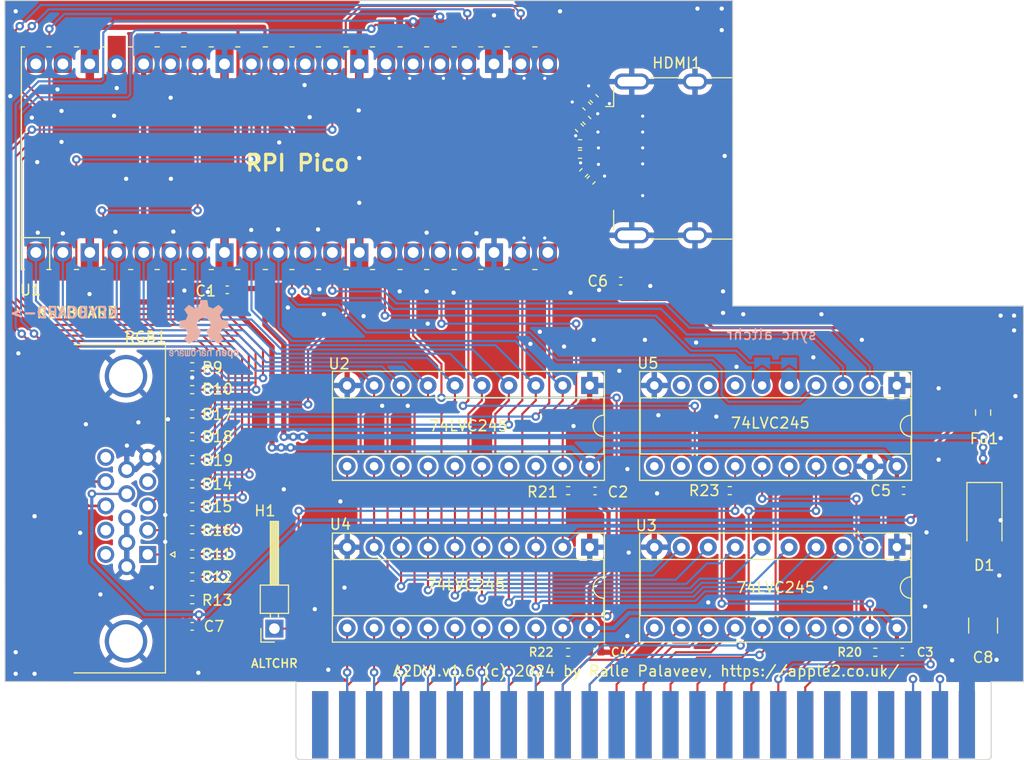
<source format=kicad_pcb>
(kicad_pcb (version 20221018) (generator pcbnew)
  (title_block (title "A2DVI.v1.6"))
  (layers (0 "F.Cu" signal) (31 "B.Cu" signal) (34 "B.Paste" user) (35 "F.Paste" user) (36 "B.SilkS" user "B.Silkscreen") (37 "F.SilkS" user "F.Silkscreen") (38 "B.Mask" user) (39 "F.Mask" user) (44 "Edge.Cuts" user))
  (net 0 "")
  (net 1 "GND")
  (net 2 "3.3V")
  (net 3 "VSYS")
  (net 4 "5V")
  (net 5 "HSYNC")
  (net 6 "PHI0")
  (net 7 "RW")
  (net 8 "DevSel")
  (net 9 "D0")
  (net 10 "D1")
  (net 11 "D2")
  (net 12 "D3")
  (net 13 "D4")
  (net 14 "D5")
  (net 15 "D6")
  (net 16 "D7")
  (net 17 "A8")
  (net 18 "A9")
  (net 19 "A15")
  (net 20 "A14")
  (net 21 "A10")
  (net 22 "A11")
  (net 23 "A12")
  (net 24 "A13")
  (net 25 "A0")
  (net 26 "A1")
  (net 27 "A2")
  (net 28 "A3")
  (net 29 "A4")
  (net 30 "A5")
  (net 31 "A6")
  (net 32 "A7")
  (net 33 "DATAOE")
  (net 34 "LSBOE")
  (net 35 "MSBOE")
  (net 36 "L-PHI0")
  (net 37 "L-RW")
  (net 38 "VSYNC")
  (net 39 "D2_N")
  (net 40 "D2_P")
  (net 41 "D2_otut_P")
  (net 42 "D1_P")
  (net 43 "D1_N")
  (net 44 "D0_P")
  (net 45 "D0_N")
  (net 46 "CK_P")
  (net 47 "CK_N")
  (net 48 "SYNC")
  (net 49 "L-SYNC")
  (net 50 "L-DevSel")
  (net 51 "AD0")
  (net 52 "AD1")
  (net 53 "AD2")
  (net 54 "B2")
  (net 55 "B0")
  (net 56 "B_out")
  (net 57 "G_out")
  (net 58 "R_out")
  (net 59 "B1")
  (net 60 "R2")
  (net 61 "R1")
  (net 62 "R0")
  (net 63 "G2")
  (net 64 "G1")
  (net 65 "G0")
  (net 66 "AD3")
  (net 67 "AD4")
  (net 68 "AD5")
  (net 69 "AD6")
  (net 70 "AD7")
  (net 71 "5V_out")
  (net 72 "GP10")
  (net 73 "Altchr")
  (net 74 "L-Altchr")
  (net 75 "HSYNC_out")
  (net 76 "VSYNC_out")
  (footprint "Connector_Dsub:DSUB-15-HD_Female_Horizontal_P2.29x1.98mm_EdgePinOffset3.03mm_Housed_MountingHolesOffset4.94mm" (layer "F.Cu") (at 100.838 126.162 -90)
    (fp_text reference "RGB1")
    (fp_text value "DB15_Female_HighDensity_MountingHoles" hide)
  )
  (footprint "" (layer "F.Cu") (at 122.174 142.22605)
    (fp_text reference "")
    (fp_text value "")
  )
  (footprint "" (layer "F.Cu") (at 134.874 142.22605)
    (fp_text reference "")
    (fp_text value "")
  )
  (footprint "" (layer "F.Cu") (at 137.414 142.22605)
    (fp_text reference "")
    (fp_text value "")
  )
  (footprint "" (layer "F.Cu") (at 147.574 142.22605)
    (fp_text reference "")
    (fp_text value "")
  )
  (footprint "Capacitor_SMD:C_0402_1005Metric_Pad0.74x0.62mm_HandSolder" (layer "F.Cu") (at 171.958 135.3566 180)
    (fp_text reference "C3")
    (fp_text value "100n" hide)
  )
  (footprint "" (layer "F.Cu") (at 142.494 142.22605)
    (fp_text reference "")
    (fp_text value "")
  )
  (footprint "Resistor_SMD:R_0402_1005Metric" (layer "F.Cu") (at 105.029 108.458)
    (fp_text reference "R9")
    (fp_text value "47")
  )
  (footprint "" (layer "F.Cu") (at 132.334 142.22605)
    (fp_text reference "")
    (fp_text value "")
  )
  (footprint "" (layer "F.Cu") (at 123.317 76.2)
    (fp_text reference "")
    (fp_text value "")
  )
  (footprint "" (layer "F.Cu") (at 138.557 77.593 180)
    (fp_text reference "")
    (fp_text value "")
  )
  (footprint "" (layer "F.Cu") (at 158.75 109.47 90)
    (fp_text reference "")
    (fp_text value "")
  )
  (footprint "RaspberryPI PicoW:RPi_PicoW_SMD_TH" (layer "F.Cu") (at 114.427 88.78695 90)
    (fp_text reference "U1")
    (fp_text value "Pico" hide)
  )
  (footprint "Fuse:Fuse_0805_2012Metric" (layer "F.Cu") (at 179.578 112.776 -90)
    (fp_text reference "Fu1")
    (fp_text value "Fuse_0805_2012Metric" hide)
  )
  (footprint "" (layer "F.Cu") (at 170.434 142.22605)
    (fp_text reference "")
    (fp_text value "")
  )
  (footprint "" (layer "F.Cu") (at 130.937 77.597)
    (fp_text reference "")
    (fp_text value "")
  )
  (footprint "" (layer "F.Cu") (at 157.734 142.22605)
    (fp_text reference "")
    (fp_text value "")
  )
  (footprint "" (layer "F.Cu") (at 161.29 108.077 90)
    (fp_text reference "")
    (fp_text value "")
  )
  (footprint "" (layer "F.Cu") (at 117.094 142.22605)
    (fp_text reference "")
    (fp_text value "")
  )
  (footprint "" (layer "F.Cu") (at 136.017 101.346 -90)
    (fp_text reference "")
    (fp_text value "")
  )
  (footprint "Capacitor_SMD:C_0402_1005Metric_Pad0.74x0.62mm_HandSolder" (layer "F.Cu") (at 143.002 120.1674)
    (fp_text reference "C2")
    (fp_text value "100n" hide)
  )
  (footprint "" (layer "F.Cu") (at 178.054 142.22605)
    (fp_text reference "")
    (fp_text value "")
  )
  (footprint "Resistor_SMD:R_0402_1005Metric" (layer "F.Cu") (at 142.223983 83.866832 -45)
    (fp_text reference "R2" hide)
    (fp_text value "270" hide)
  )
  (footprint "" (layer "F.Cu") (at 134.874 142.22605)
    (fp_text reference "")
    (fp_text value "")
  )
  (footprint "" (layer "F.Cu") (at 155.194 142.22605)
    (fp_text reference "")
    (fp_text value "")
  )
  (footprint "" (layer "F.Cu") (at 139.954 142.22605)
    (fp_text reference "")
    (fp_text value "")
  )
  (footprint "Resistor_SMD:R_0402_1005Metric" (layer "F.Cu") (at 169.418 135.382)
    (fp_text reference "R20")
    (fp_text value "10k" hide)
  )
  (footprint "Package_DIP:DIP-20_W7.62mm_Socket" (layer "F.Cu") (at 171.45 110.22205 -90)
    (fp_text reference "U5")
    (fp_text value "74LVC245")
  )
  (footprint "Resistor_SMD:R_0402_1005Metric" (layer "F.Cu") (at 141.92735 90.1507 45)
    (fp_text reference "R7" hide)
    (fp_text value "270" hide)
  )
  (footprint "Resistor_SMD:R_0402_1005Metric" (layer "F.Cu") (at 105.029 121.666)
    (fp_text reference "R15")
    (fp_text value "1k")
  )
  (footprint "" (layer "F.Cu") (at 170.434 142.22605)
    (fp_text reference "")
    (fp_text value "")
  )
  (footprint "" (layer "F.Cu") (at 167.894 142.22605)
    (fp_text reference "")
    (fp_text value "")
  )
  (footprint "" (layer "F.Cu") (at 160.274 142.22605)
    (fp_text reference "")
    (fp_text value "")
  )
  (footprint "Resistor_SMD:R_0402_1005Metric" (layer "F.Cu") (at 105.029 119.507)
    (fp_text reference "R14")
    (fp_text value "510")
  )
  (footprint "Capacitor_SMD:C_0402_1005Metric_Pad0.74x0.62mm_HandSolder" (layer "F.Cu") (at 105.029 132.9436 180)
    (fp_text reference "C7")
    (fp_text value "100n")
  )
  (footprint "Capacitor_SMD:C_1210_3225Metric" (layer "F.Cu") (at 179.578 132.8674 90)
    (fp_text reference "C8")
    (fp_text value "C_1210_3225Metric" hide)
  )
  (footprint "" (layer "F.Cu") (at 122.174 142.22605)
    (fp_text reference "")
    (fp_text value "")
  )
  (footprint "" (layer "F.Cu") (at 150.114 142.22605)
    (fp_text reference "")
    (fp_text value "")
  )
  (footprint "" (layer "F.Cu") (at 136.017 77.597)
    (fp_text reference "")
    (fp_text value "")
  )
  (footprint "" (layer "F.Cu") (at 175.514 142.22605)
    (fp_text reference "")
    (fp_text value "")
  )
  (footprint "" (layer "F.Cu") (at 150.114 142.22605)
    (fp_text reference "")
    (fp_text value "")
  )
  (footprint "" (layer "F.Cu") (at 132.334 142.22605)
    (fp_text reference "")
    (fp_text value "")
  )
  (footprint "" (layer "F.Cu") (at 145.034 142.22605)
    (fp_text reference "")
    (fp_text value "")
  )
  (footprint "" (layer "F.Cu") (at 124.714 142.22605)
    (fp_text reference "")
    (fp_text value "")
  )
  (footprint "Resistor_SMD:R_0402_1005Metric" (layer "F.Cu") (at 105.029 128.27)
    (fp_text reference "R12")
    (fp_text value "1k")
  )
  (footprint "Capacitor_SMD:C_0402_1005Metric_Pad0.74x0.62mm_HandSolder" (layer "F.Cu") (at 143.002 135.382)
    (fp_text reference "C4")
    (fp_text value "100n" hide)
  )
  (footprint "Resistor_SMD:R_0402_1005Metric" (layer "F.Cu") (at 105.029 130.429)
    (fp_text reference "R13")
    (fp_text value "2k")
  )
  (footprint "Resistor_SMD:R_0402_1005Metric" (layer "F.Cu") (at 142.223983 85.216832 -45)
    (fp_text reference "R3" hide)
    (fp_text value "270" hide)
  )
  (footprint "" (layer "F.Cu") (at 123.317 77.597)
    (fp_text reference "")
    (fp_text value "")
  )
  (footprint "" (layer "F.Cu") (at 125.857 77.597)
    (fp_text reference "")
    (fp_text value "")
  )
  (footprint "Resistor_SMD:R_0402_1005Metric" (layer "F.Cu") (at 140.46 135.382)
    (fp_text reference "R22")
    (fp_text value "10k" hide)
  )
  (footprint "" (layer "F.Cu") (at 138.557 101.35)
    (fp_text reference "")
    (fp_text value "")
  )
  (footprint "" (layer "F.Cu") (at 119.634 142.22605)
    (fp_text reference "")
    (fp_text value "")
  )
  (footprint "" (layer "F.Cu") (at 158.75 108.077 90)
    (fp_text reference "")
    (fp_text value "")
  )
  (footprint "" (layer "F.Cu") (at 167.894 142.22605)
    (fp_text reference "")
    (fp_text value "")
  )
  (footprint "" (layer "F.Cu") (at 165.354 142.22605)
    (fp_text reference "")
    (fp_text value "")
  )
  (footprint "" (layer "F.Cu") (at 138.557 99.953)
    (fp_text reference "")
    (fp_text value "")
  )
  (footprint "" (layer "F.Cu") (at 127.254 142.22605)
    (fp_text reference "")
    (fp_text value "")
  )
  (footprint "Resistor_SMD:R_0402_1005Metric" (layer "F.Cu") (at 105.029 123.825)
    (fp_text reference "R16")
    (fp_text value "2k")
  )
  (footprint "" (layer "F.Cu") (at 175.514 142.22605)
    (fp_text reference "")
    (fp_text value "")
  )
  (footprint "" (layer "F.Cu") (at 130.937 76.2)
    (fp_text reference "")
    (fp_text value "")
  )
  (footprint "Resistor_SMD:R_0402_1005Metric" (layer "F.Cu") (at 141.523983 85.916832 -45)
    (fp_text reference "R4" hide)
    (fp_text value "270" hide)
  )
  (footprint "" (layer "F.Cu") (at 136.017 76.2)
    (fp_text reference "")
    (fp_text value "")
  )
  (footprint "" (layer "F.Cu") (at 124.714 142.22605)
    (fp_text reference "")
    (fp_text value "")
  )
  (footprint "" (layer "F.Cu") (at 125.857 76.2)
    (fp_text reference "")
    (fp_text value "")
  )
  (footprint "" (layer "F.Cu") (at 129.794 142.22605)
    (fp_text reference "")
    (fp_text value "")
  )
  (footprint "" (layer "F.Cu") (at 162.814 142.22605)
    (fp_text reference "")
    (fp_text value "")
  )
  (footprint "Capacitor_SMD:C_0402_1005Metric_Pad0.74x0.62mm_HandSolder" (layer "F.Cu") (at 108.3325 101.2)
    (fp_text reference "C1")
    (fp_text value "100n" hide)
  )
  (footprint "Resistor_SMD:R_0402_1005Metric" (layer "F.Cu") (at 105.029 115.062)
    (fp_text reference "R18")
    (fp_text value "1k")
  )
  (footprint "Package_DIP:DIP-20_W7.62mm_Socket" (layer "F.Cu") (at 142.494 110.22205 -90)
    (fp_text reference "U2")
    (fp_text value "74LVC245")
  )
  (footprint "" (layer "F.Cu") (at 136.017 99.949 -90)
    (fp_text reference "")
    (fp_text value "")
  )
  (footprint "" (layer "F.Cu") (at 152.654 142.22605)
    (fp_text reference "")
    (fp_text value "")
  )
  (footprint "Resistor_SMD:R_0402_1005Metric" (layer "F.Cu") (at 105.029 126.111)
    (fp_text reference "R11")
    (fp_text value "510")
  )
  (footprint "Package_DIP:DIP-20_W7.62mm_Socket" (layer "F.Cu") (at 142.494 125.476 -90)
    (fp_text reference "U4")
    (fp_text value "74LVC245")
  )
  (footprint "" (layer "F.Cu") (at 139.954 142.22605)
    (fp_text reference "")
    (fp_text value "")
  )
  (footprint "" (layer "F.Cu") (at 129.794 142.22605)
    (fp_text reference "")
    (fp_text value "")
  )
  (footprint "Connector_PinHeader_2.54mm:PinHeader_1x01_P2.54mm_Horizontal" (layer "F.Cu") (at 112.776 133.153 90)
    (fp_text reference "H1")
    (fp_text value "PinHeader_1x01_P2.54mm_Horizontal" hide)
  )
  (footprint "" (layer "F.Cu") (at 145.034 142.22605)
    (fp_text reference "")
    (fp_text value "")
  )
  (footprint "" (layer "F.Cu") (at 142.494 142.22605)
    (fp_text reference "")
    (fp_text value "")
  )
  (footprint "" (layer "F.Cu") (at 152.654 142.22605)
    (fp_text reference "")
    (fp_text value "")
  )
  (footprint "Resistor_SMD:R_0402_1005Metric" (layer "F.Cu") (at 155.7 120.142)
    (fp_text reference "R23")
    (fp_text value "5k" hide)
  )
  (footprint "Package_DIP:DIP-20_W7.62mm_Socket" (layer "F.Cu") (at 171.45 125.476 -90)
    (fp_text reference "U3")
    (fp_text value "74LVC245")
  )
  (footprint "Resistor_SMD:R_0402_1005Metric" (layer "F.Cu") (at 141.58595 88.4123)
    (fp_text reference "R6" hide)
    (fp_text value "270" hide)
  )
  (footprint "" (layer "F.Cu") (at 147.574 142.22605)
    (fp_text reference "")
    (fp_text value "")
  )
  (footprint "" (layer "F.Cu") (at 128.397 76.2)
    (fp_text reference "")
    (fp_text value "")
  )
  (footprint "" (layer "F.Cu") (at 161.29 109.47 90)
    (fp_text reference "")
    (fp_text value "")
  )
  (footprint "Resistor_SMD:R_0402_1005Metric" (layer "F.Cu") (at 142.62735 90.8507 45)
    (fp_text reference "R8" hide)
    (fp_text value "270" hide)
  )
  (footprint "" (layer "F.Cu") (at 117.094 142.22605)
    (fp_text reference "")
    (fp_text value "")
  )
  (footprint "Resistor_SMD:R_0402_1005Metric" (layer "F.Cu") (at 141.58595 87.4217)
    (fp_text reference "R5" hide)
    (fp_text value "270" hide)
  )
  (footprint "Resistor_SMD:R_0402_1005Metric" (layer "F.Cu") (at 142.923983 83.166832 -45)
    (fp_text reference "R1" hide)
    (fp_text value "270" hide)
  )
  (footprint "Resistor_SMD:R_0402_1005Metric" (layer "F.Cu") (at 105.029 110.617)
    (fp_text reference "R10")
    (fp_text value "47")
  )
  (footprint "" (layer "F.Cu") (at 172.974 142.22605)
    (fp_text reference "")
    (fp_text value "")
  )
  (footprint "" (layer "F.Cu") (at 162.814 142.22605)
    (fp_text reference "")
    (fp_text value "")
  )
  (footprint "Resistor_SMD:R_0402_1005Metric" (layer "F.Cu") (at 105.029 117.221)
    (fp_text reference "R19")
    (fp_text value "2k")
  )
  (footprint "Capacitor_SMD:C_0402_1005Metric_Pad0.74x0.62mm_HandSolder" (layer "F.Cu") (at 172.085 120.142 180)
    (fp_text reference "C5")
    (fp_text value "100n" hide)
  )
  (footprint "" (layer "F.Cu") (at 127.254 142.22605)
    (fp_text reference "")
    (fp_text value "")
  )
  (footprint "" (layer "F.Cu") (at 138.557 76.196 180)
    (fp_text reference "")
    (fp_text value "")
  )
  (footprint "" (layer "F.Cu") (at 155.194 142.22605)
    (fp_text reference "")
    (fp_text value "")
  )
  (footprint "" (layer "F.Cu") (at 178.054 142.22605)
    (fp_text reference "")
    (fp_text value "")
  )
  (footprint "" (layer "F.Cu") (at 157.734 142.22605)
    (fp_text reference "")
    (fp_text value "")
  )
  (footprint "" (layer "F.Cu") (at 128.397 77.597)
    (fp_text reference "")
    (fp_text value "")
  )
  (footprint "Resistor_SMD:R_0402_1005Metric" (layer "F.Cu") (at 105.029 112.903)
    (fp_text reference "R17")
    (fp_text value "510")
  )
  (footprint "" (layer "F.Cu") (at 165.354 142.22605)
    (fp_text reference "")
    (fp_text value "")
  )
  (footprint "" (layer "F.Cu") (at 160.274 142.22605)
    (fp_text reference "")
    (fp_text value "")
  )
  (footprint "Capacitor_SMD:C_0402_1005Metric_Pad0.74x0.62mm_HandSolder" (layer "F.Cu") (at 145.415 100.3808 180)
    (fp_text reference "C6")
    (fp_text value "100n" hide)
  )
  (footprint "" (layer "F.Cu") (at 137.414 142.22605)
    (fp_text reference "")
    (fp_text value "")
  )
  (footprint "" (layer "F.Cu") (at 172.974 142.22605)
    (fp_text reference "")
    (fp_text value "")
  )
  (footprint "Diode_SMD:D_SMA" (layer "F.Cu") (at 179.705 122.8852 -90)
    (fp_text reference "D1")
    (fp_text value "SS16" hide)
  )
  (footprint "" (layer "F.Cu") (at 119.634 142.22605)
    (fp_text reference "")
    (fp_text value "")
  )
  (footprint "Connector_HDMI:HDMI_A_Molex_208658-1001_Horizontal" (layer "F.Cu") (at 148.98775 88.8077)
    (fp_text reference "HDMI1")
    (fp_text value "HDMI_A_Molex_208658-1001_Horizontal" hide)
  )
  (footprint "Resistor_SMD:R_0402_1005Metric" (layer "F.Cu") (at 140.462 120.142)
    (fp_text reference "R21")
    (fp_text value "10k" hide)
  )
  (footprint "Symbol:OSHW-Logo2_7.3x6mm_SilkScreen" (layer "B.Cu") (at 106.1212 104.9274 180)
    (fp_text reference "REF**" hide)
    (fp_text value "OSHW-Logo2_7.3x6mm_SilkScreen" hide)
  )
  (gr_line (start 114.808 145.27405) (end 114.808 138.16205) (stroke (width 0.1)) (layer "Edge.Cuts"))
  (gr_line (start 180.34 145.27405) (end 180.34 138.16205) (stroke (width 0.1)) (layer "Edge.Cuts"))
  (gr_line (start 180.34 145.27405) (end 180.086 145.52805) (stroke (width 0.1)) (layer "Edge.Cuts"))
  (gr_line (start 183.388 102.7176) (end 183.388 138.16205) (stroke (width 0.1)) (layer "Edge.Cuts"))
  (gr_line (start 87.3633 73.914) (end 87.376 138.1506) (stroke (width 0.1)) (layer "Edge.Cuts"))
  (gr_line (start 115.062 145.517243) (end 114.808 145.27405) (stroke (width 0.1)) (layer "Edge.Cuts"))
  (gr_line (start 114.808 138.16205) (end 87.376 138.1506) (stroke (width 0.1)) (layer "Edge.Cuts"))
  (gr_line (start 115.062 145.517243) (end 180.086 145.52805) (stroke (width 0.1)) (layer "Edge.Cuts"))
  (gr_line (start 183.388 138.16205) (end 180.34 138.16205) (stroke (width 0.1)) (layer "Edge.Cuts"))
  (gr_line (start 183.388 102.7176) (end 155.9814 102.7176) (stroke (width 0.1)) (layer "Edge.Cuts"))
  (gr_line (start 155.9687 73.914) (end 87.3633 73.914) (stroke (width 0.1)) (layer "Edge.Cuts"))
  (gr_line (start 155.9687 73.914) (end 155.9814 102.7176) (stroke (width 0.1)) (layer "Edge.Cuts"))
  (gr_text "KEYBOARD->" (at 92.964 103.3526) (layer "B.SilkS") (effects (font (size 1 1) (thickness 0.2)) (justify mirror)))
  (gr_text "sync altchr" (at 159.639 105.41) (layer "B.SilkS") (effects (font (size 1 1) (thickness 0.15) bold) (justify mirror)))
  (gr_text "" (at 155.194 142.22605) (layer "F.SilkS") (effects (font (size 1.27 1.27))))
  (gr_text "ALTCHR" (at 110.49 136.906) (layer "F.SilkS") (effects (font (size 0.8 0.8)) (justify left bottom)))
  (gr_text "RPI Pico" (at 109.9058 90.1192) (layer "F.SilkS") (effects (font (size 1.5 1.5) (thickness 0.3) bold) (justify left bottom)))
  (gr_text "<-KEYBOARD" (at 92.964 103.350183) (layer "F.SilkS") (effects (font (size 1 1) (thickness 0.2))))
  (gr_text "" (at 155.194 142.22605) (layer "F.SilkS") (effects (font (size 1.27 1.27))))
  (gr_text "A2DVI.v1.6 (c) 2024 by Ralle Palaveev, https://apple2.co.uk/" (at 147.8026 137.16) (layer "F.SilkS") (effects (font (size 1 1))))
  (segment (start 143.540389 86.871843) (end 143.5954 86.816832) (width 0.25) (layer "F.Cu") (net 0))
  (segment (start 142.784607 87.506208) (end 141.984607 87.506208) (width 0.25) (layer "F.Cu") (net 0))
  (segment (start 142.287974 89.790076) (end 142.579306 89.790076) (width 0.2) (layer "F.Cu") (net 0))
  (segment (start 142.791942 84.227456) (end 142.698972 84.320426) (width 0.25) (layer "F.Cu") (net 0))
  (segment (start 143.540389 88.371843) (end 143.5954 88.316832) (width 0.25) (layer "F.Cu") (net 0))
  (segment (start 143.030632 90.060182) (end 143.168982 89.921833) (width 0.25) (layer "F.Cu") (net 0))
  (segment (start 143.613115 85.3077) (end 145.70275 85.3077) (width 0.25) (layer "F.Cu") (net 0))
  (segment (start 142.579306 89.790076) (end 142.763282 89.6061) (width 0.25) (layer "F.Cu") (net 0))
  (segment (start 142.584607 85.577456) (end 142.768972 85.761821) (width 0.25) (layer "F.Cu") (net 0))
  (segment (start 142.315906 86.277456) (end 142.910293 86.871843) (width 0.25) (layer "F.Cu") (net 0))
  (segment (start 143.590384 89.921833) (end 143.695385 89.816832) (width 0.25) (layer "F.Cu") (net 0))
  (segment (start 142.910293 86.871843) (end 143.540389 86.871843) (width 0.25) (layer "F.Cu") (net 0))
  (segment (start 143.007577 88.371843) (end 143.540389 88.371843) (width 0.25) (layer "F.Cu") (net 0))
  (segment (start 143.056347 88.804299) (end 144.617747 88.804299) (width 0.25) (layer "F.Cu") (net 0))
  (segment (start 143.007577 88.371843) (end 143.218972 88.371843) (width 0.25) (layer "F.Cu") (net 0))
  (segment (start 143.69415 89.8093) (end 144.622748 89.8093) (width 0.25) (layer "F.Cu") (net 0))
  (segment (start 142.698972 84.320426) (end 142.698972 84.853238) (width 0.25) (layer "F.Cu") (net 0))
  (segment (start 143.028994 87.261821) (end 142.784607 87.506208) (width 0.25) (layer "F.Cu") (net 0))
  (segment (start 143.603945 88.2947) (end 144.632528 88.2947) (width 0.25) (layer "F.Cu") (net 0))
  (segment (start 142.681715 88.2091) (end 142.684607 88.206208) (width 0.2) (layer "F.Cu") (net 0))
  (segment (start 144.632528 87.2947) (end 143.59255 87.2947) (width 0.25) (layer "F.Cu") (net 0))
  (segment (start 141.884607 86.277456) (end 142.315906 86.277456) (width 0.25) (layer "F.Cu") (net 0))
  (segment (start 142.09595 88.4123) (end 142.29915 88.2091) (width 0.2) (layer "F.Cu") (net 0))
  (segment (start 142.987974 90.490076) (end 142.987974 90.10284) (width 0.25) (layer "F.Cu") (net 0))
  (segment (start 142.29915 88.2091) (end 142.681715 88.2091) (width 0.25) (layer "F.Cu") (net 0))
  (segment (start 145.70275 86.8077) (end 143.631644 86.8077) (width 0.25) (layer "F.Cu") (net 0))
  (segment (start 142.698972 84.853238) (end 142.987577 85.141843) (width 0.25) (layer "F.Cu") (net 0))
  (segment (start 143.428994 85.141843) (end 143.603983 85.316832) (width 0.25) (layer "F.Cu") (net 0))
  (segment (start 142.841942 88.206208) (end 143.007577 88.371843) (width 0.25) (layer "F.Cu") (net 0))
  (segment (start 145.70275 85.8077) (end 143.61338 85.8077) (width 0.25) (layer "F.Cu") (net 0))
  (segment (start 143.528994 87.261821) (end 143.028994 87.261821) (width 0.25) (layer "F.Cu") (net 0))
  (segment (start 142.763282 89.106131) (end 143.057582 88.811831) (width 0.25) (layer "F.Cu") (net 0))
  (segment (start 142.987577 85.141843) (end 143.428994 85.141843) (width 0.25) (layer "F.Cu") (net 0))
  (segment (start 175.514 142.22605) (end 175.514 137.90805) (width 0.2) (layer "F.Cu") (net 0))
  (segment (start 143.61338 85.8077) (end 143.608956 85.803276) (width 0.25) (layer "F.Cu") (net 0))
  (segment (start 143.168982 89.921833) (end 143.590384 89.921833) (width 0.25) (layer "F.Cu") (net 0))
  (segment (start 172.974 142.22605) (end 172.974 137.90805) (width 0.2) (layer "F.Cu") (net 0))
  (segment (start 142.684607 88.206208) (end 142.841942 88.206208) (width 0.25) (layer "F.Cu") (net 0))
  (segment (start 142.763282 89.106131) (end 142.763282 89.5457) (width 0.25) (layer "F.Cu") (net 0))
  (segment (start 142.584607 84.227456) (end 142.791942 84.227456) (width 0.25) (layer "F.Cu") (net 0))
  (segment (start 143.59255 87.2947) (end 143.537539 87.239689) (width 0.2) (layer "F.Cu") (net 0))
  (segment (start 142.768972 85.761821) (end 143.540389 85.761821) (width 0.25) (layer "F.Cu") (net 0))
  (via (at 172.974 137.90805) (size 0.8) (drill 0.4) (layers "F.Cu" "B.Cu") (net 0))
  (via (at 175.514 137.90805) (size 0.8) (drill 0.4) (layers "F.Cu" "B.Cu") (net 0))
  (segment (start 175.514 142.22605) (end 175.514 137.90805) (width 0.2) (layer "B.Cu") (net 0))
  (segment (start 172.974 142.22605) (end 172.974 137.90805) (width 0.2) (layer "B.Cu") (net 0))
  (segment (start 143.283115 86.3077) (end 145.70275 86.3077) (width 0.25) (layer "F.Cu") (net 1))
  (segment (start 95.377 79.99605) (end 95.377 97.77605) (width 0.8) (layer "F.Cu") (net 1))
  (segment (start 120.777 79.89695) (end 120.777 84.2264) (width 0.8) (layer "F.Cu") (net 1))
  (segment (start 98.858 118.147) (end 98.858 115.905669) (width 0.5) (layer "F.Cu") (net 1))
  (segment (start 145.70655 89.3115) (end 145.70275 89.3077) (width 0.25) (layer "F.Cu") (net 1))
  (segment (start 143.273983 86.316832) (end 143.283115 86.3077) (width 0.2) (layer "F.Cu") (net 1))
  (segment (start 147.4899 84.82205) (end 145.70275 84.82205) (width 0.25) (layer "F.Cu") (net 1))
  (segment (start 98.858 122.727) (end 98.858 127.307) (width 0.5) (layer "F.Cu") (net 1))
  (segment (start 143.735228 84.8077) (end 145.70275 84.8077) (width 0.25) (layer "F.Cu") (net 1))
  (segment (start 143.333115 87.8077) (end 143.323983 87.816832) (width 0.25) (layer "F.Cu") (net 1))
  (segment (start 120.7262 84.2772) (end 120.777 84.328) (width 0.8) (layer "F.Cu") (net 1))
  (segment (start 108.180971 97.572979) (end 108.204 97.54995) (width 0.2) (layer "F.Cu") (net 1))
  (segment (start 107.765 101.2) (end 107.765 97.98895) (width 0.5) (layer "F.Cu") (net 1))
  (segment (start 99.693 118.147) (end 100.838 117.002) (width 0.5) (layer "F.Cu") (net 1))
  (segment (start 143.383115 89.3077) (end 143.323983 89.366832) (width 0.25) (layer "F.Cu") (net 1))
  (segment (start 143.253983 84.586832) (end 143.51436 84.586832) (width 0.25) (layer "F.Cu") (net 1))
  (segment (start 107.765 97.98895) (end 108.077 97.67695) (width 0.5) (layer "F.Cu") (net 1))
  (segment (start 98.858 115.905669) (end 98.870669 115.893) (width 0.25) (layer "F.Cu") (net 1))
  (segment (start 120.777 84.2264) (end 120.7262 84.2772) (width 0.8) (layer "F.Cu") (net 1))
  (segment (start 147.4899 87.8077) (end 145.70275 87.8077) (width 0.25) (layer "F.Cu") (net 1))
  (segment (start 147.4899 89.31785) (end 145.70275 89.31785) (width 0.25) (layer "F.Cu") (net 1))
  (segment (start 120.777 92.9894) (end 120.777 97.67695) (width 0.8) (layer "F.Cu") (net 1))
  (segment (start 145.70275 89.3077) (end 143.383115 89.3077) (width 0.25) (layer "F.Cu") (net 1))
  (segment (start 147.4899 92.31505) (end 145.70275 92.31505) (width 0.25) (layer "F.Cu") (net 1))
  (segment (start 98.858 118.147) (end 99.693 118.147) (width 0.5) (layer "F.Cu") (net 1))
  (segment (start 147.4899 86.32065) (end 145.70275 86.32065) (width 0.25) (layer "F.Cu") (net 1))
  (segment (start 120.777 88.773) (end 120.777 92.9894) (width 0.8) (layer "F.Cu") (net 1))
  (segment (start 120.777 84.328) (end 120.777 88.773) (width 0.8) (layer "F.Cu") (net 1))
  (segment (start 108.077 79.86905) (end 108.077 97.64905) (width 0.8) (layer "F.Cu") (net 1))
  (segment (start 143.51436 84.586832) (end 143.735228 84.8077) (width 0.25) (layer "F.Cu") (net 1))
  (segment (start 145.70275 87.8077) (end 143.333115 87.8077) (width 0.25) (layer "F.Cu") (net 1))
  (via (at 122.936 112.141) (size 0.8) (drill 0.4) (layers "F.Cu" "B.Cu") (net 1))
  (via (at 143.273983 86.316832) (size 0.6) (drill 0.3) (layers "F.Cu" "B.Cu") (net 1))
  (via (at 144.35455 83.6371) (size 0.6) (drill 0.3) (layers "F.Cu" "B.Cu") (net 1))
  (via (at 174.244 124.079) (size 0.8) (drill 0.4) (layers "F.Cu" "B.Cu") (net 1))
  (via (at 131.826 95.8596) (size 0.8) (drill 0.4) (layers "F.Cu" "B.Cu") (net 1))
  (via (at 114.046 102.87) (size 0.8) (drill 0.4) (layers "F.Cu" "B.Cu") (net 1))
  (via (at 116.1034 84.9122) (size 0.8) (drill 0.4) (layers "F.Cu" "B.Cu") (net 1))
  (via (at 168.148 105.918) (size 0.8) (drill 0.4) (layers "F.Cu" "B.Cu") (net 1))
  (via (at 147.4899 87.8077) (size 0.6) (drill 0.3) (layers "F.Cu" "B.Cu") (net 1))
  (via (at 88.392 74.93) (size 0.8) (drill 0.4) (layers "F.Cu" "B.Cu") (net 1))
  (via (at 148.971 113.03) (size 0.8) (drill 0.4) (layers "F.Cu" "B.Cu") (net 1))
  (via (at 123.60275 81.2495) (size 0.6) (drill 0.3) (layers "F.Cu" "B.Cu") (net 1))
  (via (at 136.31445 81.24645) (size 0.6) (drill 0.3) (layers "F.Cu" "B.Cu") (net 1))
  (via (at 103.251 95.7072) (size 0.8) (drill 0.4) (layers "F.Cu" "B.Cu") (net 1))
  (via (at 140.6906 101.473) (size 0.8) (drill 0.4) (layers "F.Cu" "B.Cu") (net 1))
  (via (at 120.7262 84.2772) (size 0.8) (drill 0.4) (layers "F.Cu" "B.Cu") (net 1))
  (via (at 182.499 105.029) (size 0.8) (drill 0.4) (layers "F.Cu" "B.Cu") (net 1))
  (via (at 90.424 89.154) (size 0.8) (drill 0.4) (layers "F.Cu" "B.Cu") (net 1))
  (via (at 152.527 106.172) (size 0.8) (drill 0.4) (layers "F.Cu" "B.Cu") (net 1))
  (via (at 143.383 101.219) (size 0.8) (drill 0.4) (layers "F.Cu" "B.Cu") (net 1))
  (via (at 98.870669 115.893) (size 0.8) (drill 0.4) (layers "F.Cu" "B.Cu") (net 1))
  (via (at 133.477 75.311) (size 0.8) (drill 0.4) (layers "F.Cu" "B.Cu") (net 1))
  (via (at 138.25855 96.3117) (size 0.6) (drill 0.3) (layers "F.Cu" "B.Cu") (net 1))
  (via (at 90.17 122.555) (size 0.8) (drill 0.4) (layers "F.Cu" "B.Cu") (net 1))
  (via (at 175.387 117.221) (size 0.8) (drill 0.4) (layers "F.Cu" "B.Cu") (net 1))
  (via (at 120.777 88.773) (size 0.8) (drill 0.4) (layers "F.Cu" "B.Cu") (net 1))
  (via (at 143.89735 90.4697) (size 0.6) (drill 0.3) (layers "F.Cu" "B.Cu") (net 1))
  (via (at 143.253983 84.586832) (size 0.6) (drill 0.3) (layers "F.Cu" "B.Cu") (net 1))
  (via (at 90.17 137.414) (size 0.8) (drill 0.4) (layers "F.Cu" "B.Cu") (net 1))
  (via (at 130.66395 81.2495) (size 0.6) (drill 0.3) (layers "F.Cu" "B.Cu") (net 1))
  (via (at 87.884 82.931) (size 0.8) (drill 0.4) (layers "F.Cu" "B.Cu") (net 1))
  (via (at 152.654 74.676) (size 0.8) (drill 0.4) (layers "F.Cu" "B.Cu") (net 1))
  (via (at 155.067 101.346) (size 0.8) (drill 0.4) (layers "F.Cu" "B.Cu") (net 1))
  (via (at 117.4496 103.505) (size 0.8) (drill 0.4) (layers "F.Cu" "B.Cu") (net 1))
  (via (at 116.586 131.318) (size 0.8) (drill 0.4) (layers "F.Cu" "B.Cu") (net 1))
  (via (at 148.209 100.838) (size 0.8) (drill 0.4) (layers "F.Cu" "B.Cu") (net 1))
  (via (at 148.844 120.396) (size 0.8) (drill 0.4) (layers "F.Cu" "B.Cu") (net 1))
  (via (at 88.646 107.188) (size 0.8) (drill 0.4) (layers "F.Cu" "B.Cu") (net 1))
  (via (at 175.387 110.49) (size 0.8) (drill 0.4) (layers "F.Cu" "B.Cu") (net 1))
  (via (at 98.806 90.7288) (size 0.8) (drill 0.4) (layers "F.Cu" "B.Cu") (net 1))
  (via (at 182.626 111.2266) (size 0.8) (drill 0.4) (layers "F.Cu" "B.Cu") (net 1))
  (via (at 110.5916 95.5548) (size 0.8) (drill 0.4) (layers "F.Cu" "B.Cu") (net 1))
  (via (at 182.499 103.632) (size 0.8) (drill 0.4) (layers "F.Cu" "B.Cu") (net 1))
  (via (at 154.432 113.157) (size 0.8) (drill 0.4) (layers "F.Cu" "B.Cu") (net 1))
  (via (at 102.997 83.0834) (size 0.8) (drill 0.4) (layers "F.Cu" "B.Cu") (net 1))
  (via (at 125.349 112.141) (size 0.8) (drill 0.4) (layers "F.Cu" "B.Cu") (net 1))
  (via (at 156.972 103.505) (size 0.8) (drill 0.4) (layers "F.Cu" "B.Cu") (net 1))
  (via (at 147.4899 84.82205) (size 0.6) (drill 0.3) (layers "F.Cu" "B.Cu") (net 1))
  (via (at 127.2286 104.394) (size 0.8) (drill 0.4) (layers "F.Cu" "B.Cu") (net 1))
  (via (at 143.323983 89.366832) (size 0.6) (drill 0.3) (layers "F.Cu" "B.Cu") (net 1))
  (via (at 102.489 124.968) (size 0.8) (drill 0.4) (layers "F.Cu" "B.Cu") (net 1))
  (via (at 143.323983 87.816832) (size 0.6) (drill 0.3) (layers "F.Cu" "B.Cu") (net 1))
  (via (at 97.917 82.169) (size 0.8) (drill 0.4) (layers "F.Cu" "B.Cu") (net 1))
  (via (at 141.173983 86.666832) (size 0.6) (drill 0.3) (layers "F.Cu" "B.Cu") (net 1))
  (via (at 176.657 136.144) (size 0.8) (drill 0.4) (layers "F.Cu" "B.Cu") (net 1))
  (via (at 88.392 135.382) (size 0.8) (drill 0.4) (layers "F.Cu" "B.Cu") (net 1))
  (via (at 97.79 95.7326) (size 0.8) (drill 0.4) (layers "F.Cu" "B.Cu") (net 1))
  (via (at 181.102 128.143) (size 0.8) (drill 0.4) (layers "F.Cu" "B.Cu") (net 1))
  (via (at 117.856 137.033) (size 0.8) (drill 0.4) (layers "F.Cu" "B.Cu") (net 1))
  (via (at 163.576 107.569) (size 0.8) (drill 0.4) (layers "F.Cu" "B.Cu") (net 1))
  (via (at 147.4899 89.31785) (size 0.6) (drill 0.3) (layers "F.Cu" "B.Cu") (net 1))
  (via (at 142.875 105.918) (size 0.8) (drill 0.4) (layers "F.Cu" "B.Cu") (net 1))
  (via (at 164.338 103.505) (size 0.8) (drill 0.4) (layers "F.Cu" "B.Cu") (net 1))
  (via (at 140.97 114.046) (size 0.8) (drill 0.4) (layers "F.Cu" "B.Cu") (net 1))
  (via (at 125.53315 81.2495) (size 0.6) (drill 0.3) (layers "F.Cu" "B.Cu") (net 1))
  (via (at 129.667 101.473) (size 0.8) (drill 0.4) (layers "F.Cu" "B.Cu") (net 1))
  (via (at 137.795 105.156) (size 0.8) (drill 0.4) (layers "F.Cu" "B.Cu") (net 1))
  (via (at 164.719 129.286) (size 0.8) (drill 0.4) (layers "F.Cu" "B.Cu") (net 1))
  (via (at 147.4899 86.32065) (size 0.6) (drill 0.3) (layers "F.Cu" "B.Cu") (net 1))
  (via (at 92.837 95.885) (size 0.8) (drill 0.4) (layers "F.Cu" "B.Cu") (net 1))
  (via (at 138.25855 81.2495) (size 0.6) (drill 0.3) (layers "F.Cu" "B.Cu") (net 1))
  (via (at 127.127 101.346) (size 0.8) (drill 0.4) (layers "F.Cu" "B.Cu") (net 1))
  (via (at 90.17 122.555) (size 0.8) (drill 0.4) (layers "F.Cu" "B.Cu") (net 1))
  (via (at 105.029 109.474) (size 0.8) (drill 0.4) (layers "F.Cu" "B.Cu") (net 1))
  (via (at 180.848 136.0932) (size 0.8) (drill 0.4) (layers "F.Cu" "B.Cu") (net 1))
  (via (at 147.701 105.918) (size 0.8) (drill 0.4) (layers "F.Cu" "B.Cu") (net 1))
  (via (at 102.743 113.411) (size 0.8) (drill 0.4) (layers "F.Cu" "B.Cu") (net 1))
  (via (at 104.2924 101.2698) (size 0.8) (drill 0.4) (layers "F.Cu" "B.Cu") (net 1))
  (via (at 146.05 133.858) (size 0.8) (drill 0.4) (layers "F.Cu" "B.Cu") (net 1))
  (via (at 155.2194 88.5698) (size 0.8) (drill 0.4) (layers "F.Cu" "B.Cu") (net 1))
  (via (at 90.4748 95.8088) (size 0.8) (drill 0.4) (layers "F.Cu" "B.Cu") (net 1))
  (via (at 106.5 101.4) (size 0.8) (drill 0.4) (layers "F.Cu" "B.Cu") (net 1))
  (via (at 102.489 122.428) (size 0.8) (drill 0.4) (layers "F.Cu" "B.Cu") (net 1))
  (via (at 92.329 82.296) (size 0.8) (drill 0.4) (layers "F.Cu" "B.Cu") (net 1))
  (via (at 120.777 92.9894) (size 0.8) (drill 0.4) (layers "F.Cu" "B.Cu") (net 1))
  (via (at 127.127 95.8088) (size 0.8) (drill 0.4) (layers "F.Cu" "B.Cu") (net 1))
  (via (at 140.84935 83.4847) (size 0.6) (drill 0.3) (layers "F.Cu" "B.Cu") (net 1))
  (via (at 88.392 137.414) (size 0.8) (drill 0.4) (layers "F.Cu" "B.Cu") (net 1))
  (via (at 145.288 108.839) (size 0.8) (drill 0.4) (layers "F.Cu" "B.Cu") (net 1))
  (via (at 95.3516 101.6) (size 0.8) (drill 0.4) (layers "F.Cu" "B.Cu") (net 1))
  (via (at 139.7 74.93) (size 0.8) (drill 0.4) (layers "F.Cu" "B.Cu") (net 1))
  (via (at 154.94 76.708) (size 0.8) (drill 0.4) (layers "F.Cu" "B.Cu") (net 1))
  (via (at 113.1316 95.504) (size 0.8) (drill 0.4) (layers "F.Cu" "B.Cu") (net 1))
  (via (at 89.916 84.963) (size 0.8) (drill 0.4) (layers "F.Cu" "B.Cu") (net 1))
  (via (at 99.960035 113.700967) (size 0.8) (drill 0.4) (layers "F.Cu" "B.Cu") (net 1))
  (via (at 124.587 101.346) (size 0.8) (drill 0.4) (layers "F.Cu" "B.Cu") (net 1))
  (via (at 181.229 115.189) (size 0.8) (drill 0.4) (layers "F.Cu" "B.Cu") (net 1))
  (via (at 154.94 74.676) (size 0.8) (drill 0.4) (layers "F.Cu" "B.Cu") (net 1))
  (via (at 181.229 103.632) (size 0.8) (drill 0.4) (layers "F.Cu" "B.Cu") (net 1))
  (via (at 101.219 129.286) (size 0.8) (drill 0.4) (layers "F.Cu" "B.Cu") (net 1))
  (via (at 128.70815 81.2495) (size 0.6) (drill 0.3) (layers "F.Cu" "B.Cu") (net 1))
  (via (at 121.1834 103.6828) (size 0.8) (drill 0.4) (layers "F.Cu" "B.Cu") (net 1))
  (via (at 113.665 120.015) (size 0.8) (drill 0.4) (layers "F.Cu" "B.Cu") (net 1))
  (via (at 155.067 103.378) (size 0.8) (drill 0.4) (layers "F.Cu" "B.Cu") (net 1))
  (via (at 92.71 87.249) (size 0.8) (drill 0.4) (layers "F.Cu" "B.Cu") (net 1))
  (via (at 147.4899 92.31505) (size 0.6) (drill 0.3) (layers "F.Cu" "B.Cu") (net 1))
  (via (at 136.906 106.299) (size 0.8) (drill 0.4) (layers "F.Cu" "B.Cu") (net 1))
  (via (at 146.177 125.984) (size 0.8) (drill 0.4) (layers "F.Cu" "B.Cu") (net 1))
  (via (at 103.0224 90.7288) (size 0.8) (drill 0.4) (layers "F.Cu" "B.Cu") (net 1))
  (via (at 97.663 84.7852) (size 0.8) (drill 0.4) (layers "F.Cu" "B.Cu") (net 1))
  (via (at 181.229 122.936) (size 0.8) (drill 0.4) (layers "F.Cu" "B.Cu") (net 1))
  (via (at 140.081 106.553) (size 0.8) (drill 0.4) (layers "F.Cu" "B.Cu") (net 1))
  (via (at 117.0178 101.1428) (size 0.8) (drill 0.4) (layers "F.Cu" "B.Cu") (net 1))
  (via (at 118.999 121.158) (size 0.8) (drill 0.4) (layers "F.Cu" "B.Cu") (net 1))
  (via (at 136.30275 96.3117) (size 0.6) (drill 0.3) (layers "F.Cu" "B.Cu") (net 1))
  (via (at 95.007035 113.878767) (size 0.8) (drill 0.4) (layers "F.Cu" "B.Cu") (net 1))
  (via (at 113.2332 87.2998) (size 0.8) (drill 0.4) (layers "F.Cu" "B.Cu") (net 1))
  (via (at 96.378635 129.931567) (size 0.8) (drill 0.4) (layers "F.Cu" "B.Cu") (net 1))
  (via (at 156.337 108.458) (size 0.8) (drill 0.4) (layers "F.Cu" "B.Cu") (net 1))
  (via (at 142.39875 81.9607) (size 0.6) (drill 0.3) (layers "F.Cu" "B.Cu") (net 1))
  (via (at 116.8908 95.504) (size 0.8) (drill 0.4) (layers "F.Cu" "B.Cu") (net 1))
  (via (at 105.6094 137.319433) (size 0.8) (drill 0.4) (layers "F.Cu" "B.Cu") (net 1))
  (via (at 174.117 131.064) (size 0.8) (drill 0.4) (layers "F.Cu" "B.Cu") (net 1))
  (via (at 94.469835 124.122) (size 0.8) (drill 0.4) (layers "F.Cu" "B.Cu") (net 1))
  (via (at 115.6208 81.8896) (size 0.8) (drill 0.4) (layers "F.Cu" "B.Cu") (net 1))
  (via (at 153.67 130.683) (size 0.8) (drill 0.4) (layers "F.Cu" "B.Cu") (net 1))
  (via (at 119.38 129.286) (size 0.8) (drill 0.4) (layers "F.Cu" "B.Cu") (net 1))
  (via (at 146.05 118.11) (size 0.8) (drill 0.4) (layers "F.Cu" "B.Cu") (net 1))
  (via (at 141.63675 89.2251) (size 0.6) (drill 0.3) (layers "F.Cu" "B.Cu") (net 1))
  (via (at 92.71 84.328) (size 0.8) (drill 0.4) (layers "F.Cu" "B.Cu") (net 1))
  (segment (start 98.860169 118.1165) (end 99.695169 118.1165) (width 0.5) (layer "B.Cu") (net 1))
  (segment (start 178.054 142.28955) (end 178.054 137.52705) (width 1.5) (layer "B.Cu") (net 1))
  (segment (start 98.870669 122.747) (end 98.870669 127.327) (width 0.5) (layer "B.Cu") (net 1))
  (segment (start 99.695169 118.1165) (end 100.840169 116.9715) (width 0.5) (layer "B.Cu") (net 1))
  (segment (start 98.870669 118.156665) (end 98.870669 115.915334) (width 0.5) (layer "B.Cu") (net 1))
  (segment (start 140.972 120.142) (end 142.5361 120.142) (width 0.2) (layer "F.Cu") (net 2))
  (segment (start 114.2746 116.1034) (end 114.3 116.078) (width 0.5) (layer "F.Cu") (net 2))
  (segment (start 112.5769 116.1034) (end 113.3856 116.1034) (width 0.5) (layer "F.Cu") (net 2))
  (segment (start 113.4364 116.1034) (end 114.2746 116.1034) (width 0.5) (layer "F.Cu") (net 2))
  (segment (start 144.272 122.174) (end 142.4345 120.3365) (width 0.4) (layer "F.Cu") (net 2))
  (segment (start 140.97 135.382) (end 142.4345 135.382) (width 0.2) (layer "F.Cu") (net 2))
  (segment (start 171.45 133.096) (end 171.45 135.2971) (width 0.4) (layer "F.Cu") (net 2))
  (segment (start 112.5515 116.078) (end 112.5515 106.5825) (width 0.5) (layer "F.Cu") (net 2))
  (segment (start 114.3 116.078) (end 114.3254 116.1034) (width 0.5) (layer "F.Cu") (net 2))
  (segment (start 142.5361 120.142) (end 142.5615 120.1674) (width 0.2) (layer "F.Cu") (net 2))
  (segment (start 142.494 133.096) (end 142.494 129.286) (width 0.4) (layer "F.Cu") (net 2))
  (segment (start 142.494 129.286) (end 144.272 127.508) (width 0.4) (layer "F.Cu") (net 2))
  (segment (start 144.272 127.508) (end 144.272 122.174) (width 0.4) (layer "F.Cu") (net 2))
  (segment (start 169.801 135.382) (end 171.3651 135.382) (width 0.2) (layer "F.Cu") (net 2))
  (segment (start 113.411 116.078) (end 113.4364 116.1034) (width 0.5) (layer "F.Cu") (net 2))
  (segment (start 113.3856 116.1034) (end 113.411 116.078) (width 0.5) (layer "F.Cu") (net 2))
  (segment (start 108.31705 102.34805) (end 99.187 102.34805) (width 0.5) (layer "F.Cu") (net 2))
  (segment (start 101.727 102.22105) (end 101.727 95.49005) (width 0.3) (layer "F.Cu") (net 2))
  (segment (start 112.5515 116.078) (end 112.5769 116.1034) (width 0.5) (layer "F.Cu") (net 2))
  (segment (start 142.494 120.140275) (end 142.494 117.857725) (width 0.4) (layer "F.Cu") (net 2))
  (segment (start 99.187 95.49005) (end 101.727 95.49005) (width 0.5) (layer "F.Cu") (net 2))
  (segment (start 171.45 135.2971) (end 171.3905 135.3566) (width 0.4) (layer "F.Cu") (net 2))
  (segment (start 171.45 117.802575) (end 171.45 119.941425) (width 0.4) (layer "F.Cu") (net 2))
  (segment (start 100.457 79.89695) (end 100.457 95.36305) (width 0.5) (layer "F.Cu") (net 2))
  (segment (start 142.4345 120.3365) (end 142.4345 120.1674) (width 0.4) (layer "F.Cu") (net 2))
  (segment (start 171.3651 135.382) (end 171.3905 135.3566) (width 0.2) (layer "F.Cu") (net 2))
  (segment (start 142.494 135.334975) (end 142.494 133.143025) (width 0.4) (layer "F.Cu") (net 2))
  (segment (start 100.457 95.36305) (end 100.584 95.49005) (width 0.5) (layer "F.Cu") (net 2))
  (segment (start 112.5515 106.5825) (end 108.31705 102.34805) (width 0.5) (layer "F.Cu") (net 2))
  (segment (start 101.727 95.49005) (end 100.584 95.49005) (width 0.3) (layer "F.Cu") (net 2))
  (segment (start 99.187 95.49005) (end 99.187 102.34805) (width 0.3) (layer "F.Cu") (net 2))
  (via (at 113.411 116.078) (size 0.8) (drill 0.4) (layers "F.Cu" "B.Cu") (net 2))
  (via (at 112.5515 116.078) (size 0.8) (drill 0.4) (layers "F.Cu" "B.Cu") (net 2))
  (via (at 114.3 116.078) (size 0.8) (drill 0.4) (layers "F.Cu" "B.Cu") (net 2))
  (segment (start 112.5515 116.078) (end 112.5769 116.1034) (width 0.5) (layer "B.Cu") (net 2))
  (segment (start 170.16605 116.44505) (end 171.45 117.729) (width 0.4) (layer "B.Cu") (net 2))
  (segment (start 143.891 116.44505) (end 170.16605 116.44505) (width 0.4) (layer "B.Cu") (net 2))
  (segment (start 142.60705 117.84205) (end 142.60705 117.729) (width 0.4) (layer "B.Cu") (net 2))
  (segment (start 171.45 117.729) (end 171.45 117.84205) (width 0.4) (layer "B.Cu") (net 2))
  (segment (start 142.60705 117.729) (end 143.891 116.44505) (width 0.4) (layer "B.Cu") (net 2))
  (segment (start 144.78 133.096) (end 146.19095 131.68505) (width 0.4) (layer "B.Cu") (net 2))
  (segment (start 170.03905 131.68505) (end 171.45 133.096) (width 0.4) (layer "B.Cu") (net 2))
  (segment (start 140.8684 116.1034) (end 142.60705 117.84205) (width 0.5) (layer "B.Cu") (net 2))
  (segment (start 112.5769 116.1034) (end 140.8684 116.1034) (width 0.5) (layer "B.Cu") (net 2))
  (segment (start 146.19095 131.68505) (end 170.03905 131.68505) (width 0.4) (layer "B.Cu") (net 2))
  (segment (start 142.494 133.096) (end 144.78 133.096) (width 0.4) (layer "B.Cu") (net 2))
  (segment (start 115.443 115.062) (end 114.554 115.062) (width 0.5) (layer "F.Cu") (net 3))
  (segment (start 113.665 106.269808) (end 111.887 104.491808) (width 0.5) (layer "F.Cu") (net 3))
  (segment (start 179.578 117.094) (end 179.578 120.7582) (width 0.5) (layer "F.Cu") (net 3))
  (segment (start 111.76 76.44005) (end 109.347 76.44005) (width 0.5) (layer "F.Cu") (net 3))
  (segment (start 111.887 104.491808) (end 111.887 101.07805) (width 0.5) (layer "F.Cu") (net 3))
  (segment (start 179.578 116.078) (end 179.578 115.062) (width 0.5) (layer "F.Cu") (net 3))
  (segment (start 111.76 76.44005) (end 111.887 76.56705) (width 0.3) (layer "F.Cu") (net 3))
  (segment (start 109.347 76.44005) (end 109.347 100.44305) (width 0.3) (layer "F.Cu") (net 3))
  (segment (start 179.578 117.094) (end 179.578 116.078) (width 0.5) (layer "F.Cu") (net 3))
  (segment (start 111.887 76.56705) (end 111.887 101.07805) (width 0.3) (layer "F.Cu") (net 3))
  (segment (start 109.347 76.44005) (end 93.345 76.44005) (width 0.5) (layer "F.Cu") (net 3))
  (segment (start 179.578 120.7582) (end 179.705 120.8852) (width 0.5) (layer "F.Cu") (net 3))
  (segment (start 92.837 76.94805) (end 92.837 79.89695) (width 0.5) (layer "F.Cu") (net 3))
  (segment (start 113.665 115.062) (end 113.665 106.269808) (width 0.5) (layer "F.Cu") (net 3))
  (segment (start 109.347 100.44305) (end 109.347 101.07805) (width 0.3) (layer "F.Cu") (net 3))
  (segment (start 111.887 101.07805) (end 109.347 101.07805) (width 0.5) (layer "F.Cu") (net 3))
  (segment (start 114.554 115.062) (end 113.665 115.062) (width 0.5) (layer "F.Cu") (net 3))
  (segment (start 93.345 76.44005) (end 92.837 76.94805) (width 0.5) (layer "F.Cu") (net 3))
  (via (at 179.578 117.094) (size 0.8) (drill 0.4) (layers "F.Cu" "B.Cu") (net 3))
  (via (at 114.554 115.062) (size 0.8) (drill 0.4) (layers "F.Cu" "B.Cu") (net 3))
  (via (at 115.443 115.062) (size 0.8) (drill 0.4) (layers "F.Cu" "B.Cu") (net 3))
  (via (at 113.665 115.062) (size 0.8) (drill 0.4) (layers "F.Cu" "B.Cu") (net 3))
  (via (at 179.578 115.062) (size 0.8) (drill 0.4) (layers "F.Cu" "B.Cu") (net 3))
  (via (at 179.578 116.078) (size 0.8) (drill 0.4) (layers "F.Cu" "B.Cu") (net 3))
  (segment (start 179.578 115.062) (end 179.578 117.094) (width 0.5) (layer "B.Cu") (net 3))
  (segment (start 179.578 115.062) (end 179.56405 115.04805) (width 0.5) (layer "B.Cu") (net 3))
  (segment (start 179.56405 115.04805) (end 113.67895 115.04805) (width 0.5) (layer "B.Cu") (net 3))
  (segment (start 113.67895 115.04805) (end 113.665 115.062) (width 0.5) (layer "B.Cu") (net 3))
  (segment (start 182.531 124.8852) (end 179.705 124.8852) (width 1) (layer "F.Cu") (net 4))
  (segment (start 182.5752 137.52705) (end 182.5752 124.841) (width 1) (layer "F.Cu") (net 4))
  (segment (start 179.578 131.3924) (end 182.0908 131.3924) (width 1) (layer "F.Cu") (net 4))
  (segment (start 178.054 137.52705) (end 182.5752 137.52705) (width 1) (layer "F.Cu") (net 4))
  (segment (start 182.5775 113.7135) (end 179.578 113.7135) (width 1) (layer "F.Cu") (net 4))
  (segment (start 178.054 142.22605) (end 178.054 137.52705) (width 1) (layer "F.Cu") (net 4))
  (segment (start 182.5752 113.7158) (end 182.5775 113.7135) (width 1) (layer "F.Cu") (net 4))
  (segment (start 182.5752 124.841) (end 182.5752 113.7158) (width 1) (layer "F.Cu") (net 4))
  (segment (start 182.5752 124.841) (end 182.531 124.8852) (width 1) (layer "F.Cu") (net 4))
  (segment (start 182.0908 131.3924) (end 182.118 131.4196) (width 1) (layer "F.Cu") (net 4))
  (segment (start 106.4695 108.839) (end 105.92 108.839) (width 0.2) (layer "F.Cu") (net 5))
  (segment (start 97.26805 102.98305) (end 96.647 102.362) (width 0.2) (layer "F.Cu") (net 5))
  (segment (start 111.7015 106.8755) (end 107.80905 102.98305) (width 0.2) (layer "F.Cu") (net 5))
  (segment (start 96.647 102.362) (end 96.647 93.83905) (width 0.2) (layer "F.Cu") (net 5))
  (segment (start 107.80905 102.98305) (end 97.26805 102.98305) (width 0.2) (layer "F.Cu") (net 5))
  (segment (start 96.647 93.83905) (end 96.52 93.71205) (width 0.2) (layer "F.Cu") (net 5))
  (segment (start 105.92 108.839) (end 105.539 108.458) (width 0.2) (layer "F.Cu") (net 5))
  (segment (start 105.537 79.89695) (end 105.537 93.71205) (width 0.2) (layer "F.Cu") (net 5))
  (segment (start 111.7015 109.52455) (end 111.7015 106.8755) (width 0.2) (layer "F.Cu") (net 5))
  (via (at 106.4695 108.839) (size 0.8) (drill 0.4) (layers "F.Cu" "B.Cu") (net 5))
  (via (at 105.537 93.71205) (size 0.8) (drill 0.4) (layers "F.Cu" "B.Cu") (net 5))
  (via (at 111.7015 109.52455) (size 0.8) (drill 0.4) (layers "F.Cu" "B.Cu") (net 5))
  (via (at 96.52 93.71205) (size 0.8) (drill 0.4) (layers "F.Cu" "B.Cu") (net 5))
  (segment (start 108.2285 109.52455) (end 111.7015 109.52455) (width 0.2) (layer "B.Cu") (net 5))
  (segment (start 107.54295 108.839) (end 108.2285 109.52455) (width 0.2) (layer "B.Cu") (net 5))
  (segment (start 105.537 93.71205) (end 96.52 93.71205) (width 0.2) (layer "B.Cu") (net 5))
  (segment (start 106.4695 108.839) (end 107.54295 108.839) (width 0.2) (layer "B.Cu") (net 5))
  (segment (start 160.02 120.65) (end 161.29 119.38) (width 0.2) (layer "F.Cu") (net 6))
  (segment (start 161.29 119.38) (end 161.29 117.84205) (width 0.2) (layer "F.Cu") (net 6))
  (segment (start 160.02 134.112) (end 160.02 120.65) (width 0.2) (layer "F.Cu") (net 6))
  (segment (start 158.496 135.636) (end 160.02 134.112) (width 0.2) (layer "F.Cu") (net 6))
  (via (at 158.496 135.636) (size 0.8) (drill 0.4) (layers "F.Cu" "B.Cu") (net 6))
  (segment (start 142.494 138.41605) (end 142.494 142.22605) (width 0.2) (layer "B.Cu") (net 6))
  (segment (start 158.496 135.636) (end 145.27405 135.636) (width 0.2) (layer "B.Cu") (net 6))
  (segment (start 145.27405 135.636) (end 142.494 138.41605) (width 0.2) (layer "B.Cu") (net 6))
  (segment (start 170.18 121.65205) (end 166.37 117.84205) (width 0.2) (layer "F.Cu") (net 7))
  (segment (start 170.18 129.159) (end 170.18 121.65205) (width 0.2) (layer "F.Cu") (net 7))
  (segment (start 174.625 133.604) (end 170.18 129.159) (width 0.2) (layer "F.Cu") (net 7))
  (segment (start 160.274 142.22605) (end 160.274 137.90805) (width 0.2) (layer "F.Cu") (net 7))
  (segment (start 174.625 136.525) (end 174.625 133.604) (width 0.2) (layer "F.Cu") (net 7))
  (via (at 174.625 136.525) (size 0.8) (drill 0.4) (layers "F.Cu" "B.Cu") (net 7))
  (via (at 160.274 137.90805) (size 0.8) (drill 0.4) (layers "F.Cu" "B.Cu") (net 7))
  (segment (start 174.625 136.525) (end 161.65705 136.525) (width 0.2) (layer "B.Cu") (net 7))
  (segment (start 161.65705 136.525) (end 160.274 137.90805) (width 0.2) (layer "B.Cu") (net 7))
  (segment (start 157.48 124.841) (end 157.48 122.047) (width 0.2) (layer "F.Cu") (net 8))
  (segment (start 157.48 133.985) (end 157.48 124.841) (width 0.2) (layer "F.Cu") (net 8))
  (segment (start 163.83 122.047) (end 163.83 117.84205) (width 0.2) (layer "F.Cu") (net 8))
  (segment (start 156.718 134.747) (end 157.48 133.985) (width 0.2) (layer "F.Cu") (net 8))
  (via (at 156.718 134.747) (size 0.8) (drill 0.4) (layers "F.Cu" "B.Cu") (net 8))
  (via (at 163.83 122.047) (size 0.8) (drill 0.4) (layers "F.Cu" "B.Cu") (net 8))
  (via (at 157.48 122.047) (size 0.8) (drill 0.4) (layers "F.Cu" "B.Cu") (net 8))
  (segment (start 143.68655 134.747) (end 139.954 138.47955) (width 0.2) (layer "B.Cu") (net 8))
  (segment (start 156.718 134.747) (end 143.68655 134.747) (width 0.2) (layer "B.Cu") (net 8))
  (segment (start 139.954 138.47955) (end 139.954 142.22605) (width 0.2) (layer "B.Cu") (net 8))
  (segment (start 157.48 122.047) (end 163.83 122.047) (width 0.2) (layer "B.Cu") (net 8))
  (segment (start 119.634 137.287) (end 119.634 133.096) (width 0.2) (layer "F.Cu") (net 9))
  (via (at 119.634 137.287) (size 0.8) (drill 0.4) (layers "F.Cu" "B.Cu") (net 9))
  (segment (start 119.634 137.287) (end 119.634 142.22605) (width 0.2) (layer "B.Cu") (net 9))
  (segment (start 122.174 137.287) (end 122.174 133.096) (width 0.2) (layer "F.Cu") (net 10))
  (via (at 122.174 137.287) (size 0.8) (drill 0.4) (layers "F.Cu" "B.Cu") (net 10))
  (segment (start 122.174 137.287) (end 122.174 142.22605) (width 0.2) (layer "B.Cu") (net 10))
  (segment (start 124.714 137.287) (end 124.714 133.096) (width 0.2) (layer "F.Cu") (net 11))
  (segment (start 124.714 133.84405) (end 124.714 133.08205) (width 0.2) (layer "F.Cu") (net 11))
  (via (at 124.714 137.287) (size 0.8) (drill 0.4) (layers "F.Cu" "B.Cu") (net 11))
  (segment (start 124.714 137.287) (end 124.714 142.22605) (width 0.2) (layer "B.Cu") (net 11))
  (segment (start 127.254 137.287) (end 127.254 133.096) (width 0.2) (layer "F.Cu") (net 12))
  (segment (start 127.254 133.84405) (end 127.254 133.08205) (width 0.2) (layer "F.Cu") (net 12))
  (via (at 127.254 137.287) (size 0.8) (drill 0.4) (layers "F.Cu" "B.Cu") (net 12))
  (segment (start 127.254 137.287) (end 127.254 142.22605) (width 0.2) (layer "B.Cu") (net 12))
  (segment (start 129.794 133.84405) (end 129.794 133.08205) (width 0.2) (layer "F.Cu") (net 13))
  (segment (start 129.794 137.287) (end 129.794 133.096) (width 0.2) (layer "F.Cu") (net 13))
  (via (at 129.794 137.287) (size 0.8) (drill 0.4) (layers "F.Cu" "B.Cu") (net 13))
  (segment (start 129.794 137.287) (end 129.794 142.22605) (width 0.2) (layer "B.Cu") (net 13))
  (segment (start 132.334 133.84405) (end 132.334 133.08205) (width 0.2) (layer "F.Cu") (net 14))
  (segment (start 132.334 137.287) (end 132.334 133.096) (width 0.2) (layer "F.Cu") (net 14))
  (via (at 132.334 137.287) (size 0.8) (drill 0.4) (layers "F.Cu" "B.Cu") (net 14))
  (segment (start 132.334 137.287) (end 132.334 142.22605) (width 0.2) (layer "B.Cu") (net 14))
  (segment (start 134.874 137.287) (end 134.874 133.096) (width 0.2) (layer "F.Cu") (net 15))
  (segment (start 134.874 133.84405) (end 134.874 133.08205) (width 0.2) (layer "F.Cu") (net 15))
  (via (at 134.874 137.287) (size 0.8) (drill 0.4) (layers "F.Cu" "B.Cu") (net 15))
  (segment (start 134.874 137.287) (end 134.874 142.22605) (width 0.2) (layer "B.Cu") (net 15))
  (segment (start 137.414 133.84405) (end 137.414 133.08205) (width 0.2) (layer "F.Cu") (net 16))
  (segment (start 137.414 137.287) (end 137.414 133.096) (width 0.2) (layer "F.Cu") (net 16))
  (via (at 137.414 137.287) (size 0.8) (drill 0.4) (layers "F.Cu" "B.Cu") (net 16))
  (segment (start 137.414 137.287) (end 137.414 142.22605) (width 0.2) (layer "B.Cu") (net 16))
  (segment (start 145.586 136.1) (end 148.59 133.096) (width 0.2) (layer "F.Cu") (net 17))
  (segment (start 139.954 138.41605) (end 142.27005 136.1) (width 0.2) (layer "F.Cu") (net 17))
  (segment (start 139.954 142.22605) (end 139.954 138.41605) (width 0.2) (layer "F.Cu") (net 17))
  (segment (start 142.27005 136.1) (end 145.586 136.1) (width 0.2) (layer "F.Cu") (net 17))
  (segment (start 142.494 142.22605) (end 142.494 138.41605) (width 0.2) (layer "F.Cu") (net 18))
  (segment (start 142.494 138.41605) (end 144.31005 136.6) (width 0.2) (layer "F.Cu") (net 18))
  (segment (start 144.31005 136.6) (end 147.626 136.6) (width 0.2) (layer "F.Cu") (net 18))
  (segment (start 147.626 136.6) (end 151.13 133.096) (width 0.2) (layer "F.Cu") (net 18))
  (segment (start 162.25795 137.20805) (end 166.37 133.096) (width 0.2) (layer "F.Cu") (net 19))
  (segment (start 158.942 137.20805) (end 162.25795 137.20805) (width 0.2) (layer "F.Cu") (net 19))
  (segment (start 157.734 138.41605) (end 158.942 137.20805) (width 0.2) (layer "F.Cu") (net 19))
  (segment (start 157.734 142.22605) (end 157.734 138.41605) (width 0.2) (layer "F.Cu") (net 19))
  (segment (start 156.76125 136.798) (end 160.128 136.798) (width 0.2) (layer "F.Cu") (net 20))
  (segment (start 155.194 142.22605) (end 155.194 138.36525) (width 0.2) (layer "F.Cu") (net 20))
  (segment (start 160.128 136.798) (end 163.83 133.096) (width 0.2) (layer "F.Cu") (net 20))
  (segment (start 155.194 138.36525) (end 156.76125 136.798) (width 0.2) (layer "F.Cu") (net 20))
  (segment (start 150.241 134.874) (end 151.892 134.874) (width 0.2) (layer "F.Cu") (net 21))
  (segment (start 148.115 137) (end 150.241 134.874) (width 0.2) (layer "F.Cu") (net 21))
  (segment (start 151.892 134.874) (end 153.67 133.096) (width 0.2) (layer "F.Cu") (net 21))
  (segment (start 145.034 138.41605) (end 146.45005 137) (width 0.2) (layer "F.Cu") (net 21))
  (segment (start 146.45005 137) (end 148.115 137) (width 0.2) (layer "F.Cu") (net 21))
  (segment (start 145.034 142.22605) (end 145.034 138.41605) (width 0.2) (layer "F.Cu") (net 21))
  (segment (start 150.622 135.382) (end 153.924 135.382) (width 0.2) (layer "F.Cu") (net 22))
  (segment (start 153.924 135.382) (end 156.21 133.096) (width 0.2) (layer "F.Cu") (net 22))
  (segment (start 149.352 136.652) (end 150.622 135.382) (width 0.2) (layer "F.Cu") (net 22))
  (segment (start 147.574 142.22605) (end 147.574 138.41605) (width 0.2) (layer "F.Cu") (net 22))
  (segment (start 147.574 138.41605) (end 149.33805 136.652) (width 0.2) (layer "F.Cu") (net 22))
  (segment (start 149.33805 136.652) (end 149.352 136.652) (width 0.2) (layer "F.Cu") (net 22))
  (segment (start 150.114 138.39065) (end 152.61465 135.89) (width 0.2) (layer "F.Cu") (net 23))
  (segment (start 150.114 142.22605) (end 150.114 138.39065) (width 0.2) (layer "F.Cu") (net 23))
  (segment (start 156.845 135.89) (end 158.75 133.985) (width 0.2) (layer "F.Cu") (net 23))
  (segment (start 152.61465 135.89) (end 156.845 135.89) (width 0.2) (layer "F.Cu") (net 23))
  (segment (start 158.75 133.985) (end 158.75 133.096) (width 0.2) (layer "F.Cu") (net 23))
  (segment (start 161.29 134.366) (end 161.29 133.096) (width 0.2) (layer "F.Cu") (net 24))
  (segment (start 152.654 138.39065) (end 154.64665 136.398) (width 0.2) (layer "F.Cu") (net 24))
  (segment (start 154.64665 136.398) (end 159.258 136.398) (width 0.2) (layer "F.Cu") (net 24))
  (segment (start 152.654 142.22605) (end 152.654 138.39065) (width 0.2) (layer "F.Cu") (net 24))
  (segment (start 159.258 136.398) (end 161.29 134.366) (width 0.2) (layer "F.Cu") (net 24))
  (segment (start 119.634 138.557) (end 119.634 142.22605) (width 0.2) (layer "F.Cu") (net 25))
  (segment (start 120.904 120.777) (end 120.904 137.287) (width 0.2) (layer "F.Cu") (net 25))
  (segment (start 120.904 137.287) (end 119.634 138.557) (width 0.2) (layer "F.Cu") (net 25))
  (segment (start 119.634 119.507) (end 120.904 120.777) (width 0.2) (layer "F.Cu") (net 25))
  (segment (start 119.634 117.84205) (end 119.634 119.507) (width 0.2) (layer "F.Cu") (net 25))
  (segment (start 122.174 117.84205) (end 122.174 119.507) (width 0.2) (layer "F.Cu") (net 26))
  (segment (start 122.174 138.557) (end 122.174 142.22605) (width 0.2) (layer "F.Cu") (net 26))
  (segment (start 123.444 137.287) (end 122.174 138.557) (width 0.2) (layer "F.Cu") (net 26))
  (segment (start 122.174 119.507) (end 123.444 120.777) (width 0.2) (layer "F.Cu") (net 26))
  (segment (start 123.444 120.777) (end 123.444 137.287) (width 0.2) (layer "F.Cu") (net 26))
  (segment (start 124.714 119.507) (end 125.984 120.777) (width 0.2) (layer "F.Cu") (net 27))
  (segment (start 124.714 138.557) (end 124.714 142.22605) (width 0.2) (layer "F.Cu") (net 27))
  (segment (start 125.984 120.777) (end 125.984 137.287) (width 0.2) (layer "F.Cu") (net 27))
  (segment (start 124.714 117.84205) (end 124.714 119.507) (width 0.2) (layer "F.Cu") (net 27))
  (segment (start 125.984 137.287) (end 124.714 138.557) (width 0.2) (layer "F.Cu") (net 27))
  (segment (start 127.254 138.557) (end 127.254 142.22605) (width 0.2) (layer "F.Cu") (net 28))
  (segment (start 128.524 137.287) (end 127.254 138.557) (width 0.2) (layer "F.Cu") (net 28))
  (segment (start 127.254 119.507) (end 128.524 120.777) (width 0.2) (layer "F.Cu") (net 28))
  (segment (start 127.254 117.84205) (end 127.254 119.507) (width 0.2) (layer "F.Cu") (net 28))
  (segment (start 128.524 120.777) (end 128.524 137.287) (width 0.2) (layer "F.Cu") (net 28))
  (segment (start 129.799 118.08605) (end 129.799 119.568) (width 0.2) (layer "F.Cu") (net 29))
  (segment (start 129.799 119.568) (end 131.069 120.838) (width 0.2) (layer "F.Cu") (net 29))
  (segment (start 131.069 120.838) (end 131.069 137.2795) (width 0.2) (layer "F.Cu") (net 29))
  (segment (start 129.799 138.5495) (end 129.799 142.47005) (width 0.2) (layer "F.Cu") (net 29))
  (segment (start 131.069 137.2795) (end 129.799 138.5495) (width 0.2) (layer "F.Cu") (net 29))
  (segment (start 132.334 117.84205) (end 132.334 119.507) (width 0.2) (layer "F.Cu") (net 30))
  (segment (start 132.334 138.557) (end 132.334 142.22605) (width 0.2) (layer "F.Cu") (net 30))
  (segment (start 132.334 119.507) (end 133.604 120.777) (width 0.2) (layer "F.Cu") (net 30))
  (segment (start 133.604 120.777) (end 133.604 137.287) (width 0.2) (layer "F.Cu") (net 30))
  (segment (start 133.604 137.287) (end 132.334 138.557) (width 0.2) (layer "F.Cu") (net 30))
  (segment (start 136.144 137.287) (end 134.874 138.557) (width 0.2) (layer "F.Cu") (net 31))
  (segment (start 136.144 120.904) (end 136.144 137.287) (width 0.2) (layer "F.Cu") (net 31))
  (segment (start 134.874 117.96905) (end 134.874 119.634) (width 0.2) (layer "F.Cu") (net 31))
  (segment (start 134.874 119.634) (end 136.144 120.904) (width 0.2) (layer "F.Cu") (net 31))
  (segment (start 134.874 138.557) (end 134.874 142.35305) (width 0.2) (layer "F.Cu") (net 31))
  (segment (start 137.414 119.507) (end 138.684 120.777) (width 0.2) (layer "F.Cu") (net 32))
  (segment (start 137.414 138.557) (end 137.414 142.22605) (width 0.2) (layer "F.Cu") (net 32))
  (segment (start 138.684 120.777) (end 138.684 137.287) (width 0.2) (layer "F.Cu") (net 32))
  (segment (start 137.414 117.84205) (end 137.414 119.507) (width 0.2) (layer "F.Cu") (net 32))
  (segment (start 138.684 137.287) (end 137.414 138.557) (width 0.2) (layer "F.Cu") (net 32))
  (segment (start 145.034 131.107) (end 144.145 131.996) (width 0.2) (layer "F.Cu") (net 33))
  (segment (start 128.524 111.379) (end 128.524 108.204) (width 0.2) (layer "F.Cu") (net 33))
  (segment (start 139.954 133.096) (end 139.954 135.378) (width 0.2) (layer "F.Cu") (net 33))
  (segment (start 128.524 108.204) (end 125.857 105.537) (width 0.2) (layer "F.Cu") (net 33))
  (segment (start 145.034 111.379) (end 145.034 131.107) (width 0.2) (layer "F.Cu") (net 33))
  (segment (start 125.857 105.537) (end 125.857 97.67695) (width 0.2) (layer "F.Cu") (net 33))
  (segment (start 139.954 135.378) (end 139.95 135.382) (width 0.2) (layer "F.Cu") (net 33))
  (via (at 128.524 111.379) (size 0.8) (drill 0.4) (layers "F.Cu" "B.Cu") (net 33))
  (via (at 144.145 131.996) (size 0.8) (drill 0.4) (layers "F.Cu" "B.Cu") (net 33))
  (via (at 145.034 111.379) (size 0.8) (drill 0.4) (layers "F.Cu" "B.Cu") (net 33))
  (segment (start 141.054 131.996) (end 139.954 133.096) (width 0.2) (layer "B.Cu") (net 33))
  (segment (start 145.034 111.379) (end 128.524 111.379) (width 0.2) (layer "B.Cu") (net 33))
  (segment (start 144.145 131.996) (end 141.054 131.996) (width 0.2) (layer "B.Cu") (net 33))
  (segment (start 128.524 97.80395) (end 128.397 97.67695) (width 0.2) (layer "F.Cu") (net 34))
  (segment (start 141.224 111.633) (end 139.954 112.903) (width 0.2) (layer "F.Cu") (net 34))
  (segment (start 128.524 104.394) (end 128.524 97.80395) (width 0.2) (layer "F.Cu") (net 34))
  (segment (start 139.952 120.142) (end 139.952 117.84405) (width 0.2) (layer "F.Cu") (net 34))
  (segment (start 139.952 117.84405) (end 139.954 117.84205) (width 0.2) (layer "F.Cu") (net 34))
  (segment (start 141.224 104.394) (end 141.224 111.633) (width 0.2) (layer "F.Cu") (net 34))
  (segment (start 141.224 104.394) (end 141.226 104.396) (width 0.2) (layer "F.Cu") (net 34))
  (segment (start 139.954 112.903) (end 139.954 117.84205) (width 0.2) (layer "F.Cu") (net 34))
  (via (at 128.524 104.394) (size 0.8) (drill 0.4) (layers "F.Cu" "B.Cu") (net 34))
  (via (at 141.224 104.394) (size 0.8) (drill 0.4) (layers "F.Cu" "B.Cu") (net 34))
  (segment (start 141.224 104.394) (end 128.524 104.394) (width 0.2) (layer "B.Cu") (net 34))
  (segment (start 152.4 112.141) (end 152.4 119.126) (width 0.2) (layer "F.Cu") (net 35))
  (segment (start 130.556 112.141) (end 131.064 111.633) (width 0.2) (layer "F.Cu") (net 35))
  (segment (start 131.064 111.633) (end 131.064 97.80395) (width 0.2) (layer "F.Cu") (net 35))
  (segment (start 154.94 121.666) (end 154.94 130.79605) (width 0.2) (layer "F.Cu") (net 35))
  (segment (start 152.4 119.126) (end 154.94 121.666) (width 0.2) (layer "F.Cu") (net 35))
  (segment (start 131.064 97.80395) (end 130.937 97.67695) (width 0.2) (layer "F.Cu") (net 35))
  (segment (start 168.91 135.253) (end 168.781 135.382) (width 0.2) (layer "F.Cu") (net 35))
  (segment (start 168.91 130.81) (end 168.91 133.096) (width 0.2) (layer "F.Cu") (net 35))
  (segment (start 168.91 133.096) (end 168.91 135.253) (width 0.2) (layer "F.Cu") (net 35))
  (via (at 168.91 130.81) (size 0.8) (drill 0.4) (layers "F.Cu" "B.Cu") (net 35))
  (via (at 152.4 112.141) (size 0.8) (drill 0.4) (layers "F.Cu" "B.Cu") (net 35))
  (via (at 154.94 130.79605) (size 0.8) (drill 0.4) (layers "F.Cu" "B.Cu") (net 35))
  (via (at 130.556 112.141) (size 0.8) (drill 0.4) (layers "F.Cu" "B.Cu") (net 35))
  (segment (start 154.94 130.79605) (end 168.91 130.81) (width 0.2) (layer "B.Cu") (net 35))
  (segment (start 152.4 112.141) (end 130.556 112.141) (width 0.2) (layer "B.Cu") (net 35))
  (segment (start 168.91 130.81) (end 168.89605 130.79605) (width 0.2) (layer "B.Cu") (net 35))
  (segment (start 114.427 86.11995) (end 113.157 84.84995) (width 0.2) (layer "F.Cu") (net 36))
  (segment (start 114.427 101.33205) (end 114.427 86.11995) (width 0.2) (layer "F.Cu") (net 36))
  (segment (start 113.157 84.84995) (end 113.157 79.89695) (width 0.2) (layer "F.Cu") (net 36))
  (via (at 114.427 101.33205) (size 0.8) (drill 0.4) (layers "F.Cu" "B.Cu") (net 36))
  (segment (start 136.84805 105.22505) (end 139.45105 107.82805) (width 0.2) (layer "B.Cu") (net 36))
  (segment (start 114.427 101.33205) (end 114.427 102.0445) (width 0.2) (layer "B.Cu") (net 36))
  (segment (start 118.7958 102.616) (end 121.40485 105.22505) (width 0.2) (layer "B.Cu") (net 36))
  (segment (start 154.94 108.69805) (end 154.94 111.11105) (width 0.2) (layer "B.Cu") (net 36))
  (segment (start 139.45105 107.82805) (end 154.07 107.82805) (width 0.2) (layer "B.Cu") (net 36))
  (segment (start 155.58895 111.76) (end 162.29205 111.76) (width 0.2) (layer "B.Cu") (net 36))
  (segment (start 154.07 107.82805) (end 154.94 108.69805) (width 0.2) (layer "B.Cu") (net 36))
  (segment (start 114.9985 102.616) (end 118.7958 102.616) (width 0.2) (layer "B.Cu") (net 36))
  (segment (start 154.94 111.11105) (end 155.58895 111.76) (width 0.2) (layer "B.Cu") (net 36))
  (segment (start 114.427 102.0445) (end 114.9985 102.616) (width 0.2) (layer "B.Cu") (net 36))
  (segment (start 162.29205 111.76) (end 163.83 110.22205) (width 0.2) (layer "B.Cu") (net 36))
  (segment (start 121.40485 105.22505) (end 136.84805 105.22505) (width 0.2) (layer "B.Cu") (net 36))
  (segment (start 118.237 101.2815) (end 118.237 97.67695) (width 0.2) (layer "F.Cu") (net 37))
  (via (at 118.237 101.2815) (size 0.8) (drill 0.4) (layers "F.Cu" "B.Cu") (net 37))
  (segment (start 165.227 104.775) (end 151.892 104.775) (width 0.2) (layer "B.Cu") (net 37))
  (segment (start 149.606 102.489) (end 124.263686 102.489) (width 0.2) (layer "B.Cu") (net 37))
  (segment (start 168.91 108.458) (end 165.227 104.775) (width 0.2) (layer "B.Cu") (net 37))
  (segment (start 124.263686 102.489) (end 123.120686 101.346) (width 0.2) (layer "B.Cu") (net 37))
  (segment (start 168.91 110.22205) (end 168.91 108.458) (width 0.2) (layer "B.Cu") (net 37))
  (segment (start 151.892 104.775) (end 149.606 102.489) (width 0.2) (layer "B.Cu") (net 37))
  (segment (start 123.120686 101.346) (end 118.3015 101.346) (width 0.2) (layer "B.Cu") (net 37))
  (segment (start 118.3015 101.346) (end 118.237 101.2815) (width 0.2) (layer "B.Cu") (net 37))
  (segment (start 111.0625 110.617) (end 111.002 110.5565) (width 0.2) (layer "F.Cu") (net 38))
  (segment (start 94.60105 103.49105) (end 94.107 102.997) (width 0.2) (layer "F.Cu") (net 38))
  (segment (start 94.107 102.997) (end 94.107 88.9) (width 0.2) (layer "F.Cu") (net 38))
  (segment (start 110.617 88.8492) (end 110.617 84.72295) (width 0.2) (layer "F.Cu") (net 38))
  (segment (start 107.42805 103.49105) (end 94.60105 103.49105) (width 0.2) (layer "F.Cu") (net 38))
  (segment (start 110.617 79.89695) (end 110.617 88.8492) (width 0.2) (layer "F.Cu") (net 38))
  (segment (start 111.002 110.5565) (end 111.002 107.065) (width 0.2) (layer "F.Cu") (net 38))
  (segment (start 111.002 107.065) (end 107.42805 103.49105) (width 0.2) (layer "F.Cu") (net 38))
  (segment (start 110.617 88.8492) (end 110.5916 88.8746) (width 0.2) (layer "F.Cu") (net 38))
  (segment (start 106.4695 110.617) (end 105.539 110.617) (width 0.2) (layer "F.Cu") (net 38))
  (via (at 110.5916 88.8746) (size 0.8) (drill 0.4) (layers "F.Cu" "B.Cu") (net 38))
  (via (at 111.0625 110.617) (size 0.8) (drill 0.4) (layers "F.Cu" "B.Cu") (net 38))
  (via (at 94.107 88.9) (size 0.8) (drill 0.4) (layers "F.Cu" "B.Cu") (net 38))
  (via (at 106.4695 110.617) (size 0.8) (drill 0.4) (layers "F.Cu" "B.Cu") (net 38))
  (segment (start 106.4695 110.617) (end 111.0625 110.617) (width 0.2) (layer "B.Cu") (net 38))
  (segment (start 110.5662 88.9) (end 110.5916 88.8746) (width 0.2) (layer "B.Cu") (net 38))
  (segment (start 94.107 88.9) (end 110.5662 88.9) (width 0.2) (layer "B.Cu") (net 38))
  (segment (start 137.80135 82.6465) (end 141.32655 82.6465) (width 0.4) (layer "F.Cu") (net 39))
  (segment (start 137.01395 81.8591) (end 137.80135 82.6465) (width 0.4) (layer "F.Cu") (net 39))
  (segment (start 141.863359 83.183309) (end 141.863359 83.506208) (width 0.4) (layer "F.Cu") (net 39))
  (segment (start 136.017 79.89695) (end 137.01395 80.8939) (width 0.4) (layer "F.Cu") (net 39))
  (segment (start 137.01395 80.8939) (end 137.01395 81.8591) (width 0.4) (layer "F.Cu") (net 39))
  (segment (start 141.32655 82.6465) (end 141.863359 83.183309) (width 0.4) (layer "F.Cu") (net 39))
  (segment (start 138.025026 82.1065) (end 137.55395 81.635424) (width 0.4) (layer "F.Cu") (net 40))
  (segment (start 142.249934 82.806208) (end 141.550226 82.1065) (width 0.4) (layer "F.Cu") (net 40))
  (segment (start 137.55395 80.9) (end 138.557 79.89695) (width 0.4) (layer "F.Cu") (net 40))
  (segment (start 141.550226 82.1065) (end 138.025026 82.1065) (width 0.4) (layer "F.Cu") (net 40))
  (segment (start 137.55395 81.635424) (end 137.55395 80.9) (width 0.4) (layer "F.Cu") (net 40))
  (segment (start 142.563359 82.806208) (end 142.249934 82.806208) (width 0.4) (layer "F.Cu") (net 40))
  (segment (start 143.284607 83.527456) (end 143.284607 83.532357) (width 0.25) (layer "F.Cu") (net 41))
  (segment (start 143.284607 83.532357) (end 144.05995 84.3077) (width 0.25) (layer "F.Cu") (net 41))
  (segment (start 144.05995 84.3077) (end 145.70275 84.3077) (width 0.25) (layer "F.Cu") (net 41))
  (segment (start 141.022226 84.3417) (end 141.33855 84.658025) (width 0.4) (layer "F.Cu") (net 42))
  (segment (start 129.95275 83.076624) (end 131.217826 84.3417) (width 0.4) (layer "F.Cu") (net 42))
  (segment (start 129.95275 80.8812) (end 129.95275 83.076624) (width 0.4) (layer "F.Cu") (net 42))
  (segment (start 130.937 79.89695) (end 129.95275 80.8812) (width 0.4) (layer "F.Cu") (net 42))
  (segment (start 141.536734 84.856208) (end 141.383588 84.703062) (width 0.4) (layer "F.Cu") (net 42))
  (segment (start 131.217826 84.3417) (end 141.022226 84.3417) (width 0.4) (layer "F.Cu") (net 42))
  (segment (start 129.41275 83.3003) (end 129.41275 80.9127) (width 0.4) (layer "F.Cu") (net 43))
  (segment (start 141.163359 85.246509) (end 140.79855 84.8817) (width 0.4) (layer "F.Cu") (net 43))
  (segment (start 130.99415 84.8817) (end 129.41275 83.3003) (width 0.4) (layer "F.Cu") (net 43))
  (segment (start 140.79855 84.8817) (end 130.99415 84.8817) (width 0.4) (layer "F.Cu") (net 43))
  (segment (start 141.163359 85.556208) (end 141.163359 85.246509) (width 0.4) (layer "F.Cu") (net 43))
  (segment (start 129.41275 80.9127) (end 128.397 79.89695) (width 0.4) (layer "F.Cu") (net 43))
  (segment (start 141.07595 87.4217) (end 140.84735 87.6503) (width 0.4) (layer "F.Cu") (net 44))
  (segment (start 129.014626 87.6503) (end 124.84735 83.483024) (width 0.4) (layer "F.Cu") (net 44))
  (segment (start 124.84735 80.9066) (end 125.857 79.89695) (width 0.4) (layer "F.Cu") (net 44))
  (segment (start 124.84735 83.483024) (end 124.84735 80.9066) (width 0.4) (layer "F.Cu") (net 44))
  (segment (start 140.84735 87.6503) (end 129.014626 87.6503) (width 0.4) (layer "F.Cu") (net 44))
  (segment (start 124.30735 80.8873) (end 124.30735 83.7067) (width 0.4) (layer "F.Cu") (net 45))
  (segment (start 123.317 79.89695) (end 124.30735 80.8873) (width 0.4) (layer "F.Cu") (net 45))
  (segment (start 128.79095 88.1903) (end 140.85395 88.1903) (width 0.4) (layer "F.Cu") (net 45))
  (segment (start 124.30735 83.7067) (end 128.79095 88.1903) (width 0.4) (layer "F.Cu") (net 45))
  (segment (start 140.85395 88.1903) (end 141.07595 88.4123) (width 0.4) (layer "F.Cu") (net 45))
  (segment (start 137.01395 96.68) (end 136.017 97.67695) (width 0.4) (layer "F.Cu") (net 46))
  (segment (start 136.144 97.80395) (end 136.017 97.67695) (width 0.2) (layer "F.Cu") (net 46))
  (segment (start 137.01395 95.3719) (end 137.01395 96.68) (width 0.4) (layer "F.Cu") (net 46))
  (segment (start 141.566726 90.819124) (end 137.01395 95.3719) (width 0.4) (layer "F.Cu") (net 46))
  (segment (start 141.566726 90.511324) (end 141.566726 90.819124) (width 0.4) (layer "F.Cu") (net 46))
  (segment (start 142.266726 91.211324) (end 141.938202 91.211324) (width 0.4) (layer "F.Cu") (net 47))
  (segment (start 137.55395 95.595576) (end 137.55395 96.6739) (width 0.4) (layer "F.Cu") (net 47))
  (segment (start 141.938202 91.211324) (end 137.55395 95.595576) (width 0.4) (layer "F.Cu") (net 47))
  (segment (start 138.557 97.67695) (end 138.684 97.80395) (width 0.2) (layer "F.Cu") (net 47))
  (segment (start 137.55395 96.6739) (end 138.557 97.67695) (width 0.4) (layer "F.Cu") (net 47))
  (segment (start 158.75 120.904) (end 158.75 117.84205) (width 0.2) (layer "F.Cu") (net 48))
  (segment (start 162.814 138.684) (end 167.64 133.858) (width 0.2) (layer "F.Cu") (net 48))
  (segment (start 167.64 133.858) (end 167.64 120.904) (width 0.2) (layer "F.Cu") (net 48))
  (segment (start 162.814 142.22605) (end 162.814 138.684) (width 0.2) (layer "F.Cu") (net 48))
  (via (at 158.75 120.904) (size 0.8) (drill 0.4) (layers "F.Cu" "B.Cu") (net 48))
  (via (at 167.64 120.904) (size 0.8) (drill 0.4) (layers "F.Cu" "B.Cu") (net 48))
  (segment (start 167.64 120.904) (end 158.75 120.904) (width 0.2) (layer "B.Cu") (net 48))
  (segment (start 115.697 101.346) (end 115.697 97.67695) (width 0.2) (layer "F.Cu") (net 50))
  (segment (start 115.578721 97.731729) (end 115.60175 97.7087) (width 0.2) (layer "F.Cu") (net 50))
  (segment (start 115.60175 99.3597) (end 115.60175 97.7087) (width 0.2) (layer "F.Cu") (net 50))
  (via (at 115.697 101.346) (size 0.8) (drill 0.4) (layers "F.Cu" "B.Cu") (net 50))
  (segment (start 116.332 101.981) (end 115.697 101.346) (width 0.2) (layer "B.Cu") (net 50))
  (segment (start 163.322 105.41) (end 151.638 105.41) (width 0.2) (layer "B.Cu") (net 50))
  (segment (start 151.638 105.41) (end 149.225 102.997) (width 0.2) (layer "B.Cu") (net 50))
  (segment (start 122.936 101.981) (end 116.332 101.981) (width 0.2) (layer "B.Cu") (net 50))
  (segment (start 123.952 102.997) (end 122.936 101.981) (width 0.2) (layer "B.Cu") (net 50))
  (segment (start 166.37 110.22205) (end 166.37 108.458) (width 0.2) (layer "B.Cu") (net 50))
  (segment (start 149.225 102.997) (end 123.952 102.997) (width 0.2) (layer "B.Cu") (net 50))
  (segment (start 166.37 108.458) (end 163.322 105.41) (width 0.2) (layer "B.Cu") (net 50))
  (segment (start 122.174 120.904) (end 122.174 125.476) (width 0.2) (layer "F.Cu") (net 51))
  (segment (start 120.904 112.903) (end 120.904 119.634) (width 0.2) (layer "F.Cu") (net 51))
  (segment (start 122.174 111.633) (end 120.904 112.903) (width 0.2) (layer "F.Cu") (net 51))
  (segment (start 120.904 119.634) (end 122.174 120.904) (width 0.2) (layer "F.Cu") (net 51))
  (segment (start 122.174 110.22205) (end 122.174 111.633) (width 0.2) (layer "F.Cu") (net 51))
  (segment (start 94.615 106.53905) (end 90.297 102.22105) (width 0.2) (layer "B.Cu") (net 51))
  (segment (start 122.174 125.73) (end 122.174 125.476) (width 0.2) (layer "B.Cu") (net 51))
  (segment (start 90.297 102.22105) (end 90.297 97.67695) (width 0.2) (layer "B.Cu") (net 51))
  (segment (start 124.587 128.143) (end 122.174 125.73) (width 0.2) (layer "B.Cu") (net 51))
  (segment (start 110.998 108.82505) (end 108.712 106.53905) (width 0.2) (layer "B.Cu") (net 51))
  (segment (start 151.13 125.476) (end 148.46395 128.14205) (width 0.2) (layer "B.Cu") (net 51))
  (segment (start 148.463 128.143) (end 124.587 128.143) (width 0.2) (layer "B.Cu") (net 51))
  (segment (start 120.777 108.82505) (end 120.396 108.82505) (width 0.2) (layer "B.Cu") (net 51))
  (segment (start 148.46395 128.14205) (end 148.463 128.143) (width 0.2) (layer "B.Cu") (net 51))
  (segment (start 108.712 106.53905) (end 94.615 106.53905) (width 0.2) (layer "B.Cu") (net 51))
  (segment (start 148.46395 128.14205) (end 147.955 128.14205) (width 0.2) (layer "B.Cu") (net 51))
  (segment (start 120.396 108.82505) (end 110.998 108.82505) (width 0.2) (layer "B.Cu") (net 51))
  (segment (start 122.174 110.22205) (end 120.777 108.82505) (width 0.2) (layer "B.Cu") (net 51))
  (segment (start 123.444 119.634) (end 124.714 120.904) (width 0.2) (layer "F.Cu") (net 52))
  (segment (start 123.444 112.903) (end 123.444 119.634) (width 0.2) (layer "F.Cu") (net 52))
  (segment (start 124.714 125.476) (end 124.714 129.159) (width 0.2) (layer "F.Cu") (net 52))
  (segment (start 124.714 110.22205) (end 124.714 111.633) (width 0.2) (layer "F.Cu") (net 52))
  (segment (start 124.714 111.633) (end 123.444 112.903) (width 0.2) (layer "F.Cu") (net 52))
  (segment (start 124.714 120.904) (end 124.714 125.476) (width 0.2) (layer "F.Cu") (net 52))
  (via (at 124.714 129.159) (size 0.8) (drill 0.4) (layers "F.Cu" "B.Cu") (net 52))
  (segment (start 150.60395 128.54205) (end 153.67 125.476) (width 0.2) (layer "B.Cu") (net 52))
  (segment (start 122.917 108.42505) (end 122.301 108.42505) (width 0.2) (layer "B.Cu") (net 52))
  (segment (start 92.837 103.99905) (end 92.837 97.67695) (width 0.2) (layer "B.Cu") (net 52))
  (segment (start 125.33095 128.54205) (end 150.60395 128.54205) (width 0.2) (layer "B.Cu") (net 52))
  (segment (start 111.487 108.42505) (end 109.093 106.03105) (width 0.2) (layer "B.Cu") (net 52))
  (segment (start 109.093 106.03105) (end 94.869 106.03105) (width 0.2) (layer "B.Cu") (net 52))
  (segment (start 124.714 129.159) (end 125.33095 128.54205) (width 0.2) (layer "B.Cu") (net 52))
  (segment (start 94.869 106.03105) (end 92.837 103.99905) (width 0.2) (layer "B.Cu") (net 52))
  (segment (start 122.301 108.42505) (end 111.487 108.42505) (width 0.2) (layer "B.Cu") (net 52))
  (segment (start 124.714 110.22205) (end 122.917 108.42505) (width 0.2) (layer "B.Cu") (net 52))
  (segment (start 125.984 119.634) (end 127.254 120.904) (width 0.2) (layer "F.Cu") (net 53))
  (segment (start 98.298 97.80395) (end 98.044 97.54995) (width 0.2) (layer "F.Cu") (net 53))
  (segment (start 127.254 111.633) (end 125.984 112.903) (width 0.2) (layer "F.Cu") (net 53))
  (segment (start 98.020971 97.572979) (end 98.044 97.54995) (width 0.2) (layer "F.Cu") (net 53))
  (segment (start 127.254 125.476) (end 127.254 129.52605) (width 0.2) (layer "F.Cu") (net 53))
  (segment (start 127.254 110.22205) (end 127.254 111.633) (width 0.2) (layer "F.Cu") (net 53))
  (segment (start 125.984 112.903) (end 125.984 119.634) (width 0.2) (layer "F.Cu") (net 53))
  (segment (start 127.254 120.904) (end 127.254 125.476) (width 0.2) (layer "F.Cu") (net 53))
  (via (at 127.254 129.52605) (size 0.8) (drill 0.4) (layers "F.Cu" "B.Cu") (net 53))
  (segment (start 124.714 108.02505) (end 111.976 108.02505) (width 0.2) (layer "B.Cu") (net 53))
  (segment (start 99.441 105.52305) (end 97.917 103.99905) (width 0.2) (layer "B.Cu") (net 53))
  (segment (start 109.474 105.52305) (end 99.441 105.52305) (width 0.2) (layer "B.Cu") (net 53))
  (segment (start 111.976 108.02505) (end 109.474 105.52305) (width 0.2) (layer "B.Cu") (net 53))
  (segment (start 125.057 108.02505) (end 124.714 108.02505) (width 0.2) (layer "B.Cu") (net 53))
  (segment (start 127.254 129.52605) (end 127.838 128.94205) (width 0.2) (layer "B.Cu") (net 53))
  (segment (start 97.917 103.99905) (end 97.917 97.67695) (width 0.2) (layer "B.Cu") (net 53))
  (segment (start 127.838 128.94205) (end 151.60095 128.94205) (width 0.2) (layer "B.Cu") (net 53))
  (segment (start 153.543 127) (end 154.75095 127) (width 0.2) (layer "B.Cu") (net 53))
  (segment (start 154.75095 127) (end 156.27495 125.476) (width 0.2) (layer "B.Cu") (net 53))
  (segment (start 127.254 110.22205) (end 125.057 108.02505) (width 0.2) (layer "B.Cu") (net 53))
  (segment (start 151.60095 128.94205) (end 153.543 127) (width 0.2) (layer "B.Cu") (net 53))
  (segment (start 134.874 112.903) (end 134.874 113.919) (width 0.2) (layer "F.Cu") (net 54))
  (segment (start 136.144 101.473) (end 136.017 101.346) (width 0.2) (layer "F.Cu") (net 54))
  (segment (start 136.144 111.633) (end 136.144 101.473) (width 0.2) (layer "F.Cu") (net 54))
  (segment (start 136.144 111.633) (end 134.874 112.903) (width 0.2) (layer "F.Cu") (net 54))
  (segment (start 106.426 117.221) (end 105.539 117.221) (width 0.2) (layer "F.Cu") (net 54))
  (via (at 106.426 117.221) (size 0.8) (drill 0.4) (layers "F.Cu" "B.Cu") (net 54))
  (via (at 134.874 113.919) (size 0.8) (drill 0.4) (layers "F.Cu" "B.Cu") (net 54))
  (segment (start 109.728 113.919) (end 134.874 113.919) (width 0.2) (layer "B.Cu") (net 54))
  (segment (start 106.426 117.221) (end 109.728 113.919) (width 0.2) (layer "B.Cu") (net 54))
  (segment (start 137.5918 74.422) (end 138.557 75.3872) (width 0.2) (layer "F.Cu") (net 55))
  (segment (start 138.557 75.3872) (end 138.557 76.196) (width 0.2) (layer "F.Cu") (net 55))
  (segment (start 115.951 112.014) (end 115.951 106.934) (width 0.2) (layer "F.Cu") (net 55))
  (segment (start 119.507 103.378) (end 119.507 75.819) (width 0.2) (layer "F.Cu") (net 55))
  (segment (start 119.507 75.819) (end 120.904 74.422) (width 0.2) (layer "F.Cu") (net 55))
  (segment (start 115.951 106.934) (end 119.507 103.378) (width 0.2) (layer "F.Cu") (net 55))
  (segment (start 120.904 74.422) (end 137.5918 74.422) (width 0.2) (layer "F.Cu") (net 55))
  (segment (start 106.4695 112.903) (end 105.539 112.903) (width 0.2) (layer "F.Cu") (net 55))
  (via (at 115.951 112.014) (size 0.8) (drill 0.4) (layers "F.Cu" "B.Cu") (net 55))
  (via (at 106.4695 112.903) (size 0.8) (drill 0.4) (layers "F.Cu" "B.Cu") (net 55))
  (segment (start 115.951 112.014) (end 107.3585 112.014) (width 0.2) (layer "B.Cu") (net 55))
  (segment (start 107.3585 112.014) (end 106.4695 112.903) (width 0.2) (layer "B.Cu") (net 55))
  (segment (start 103.632 117.221) (end 104.519 117.221) (width 0.2) (layer "F.Cu") (net 56))
  (segment (start 104.521 117.219) (end 104.521 112.905) (width 0.2) (layer "F.Cu") (net 56))
  (segment (start 102.423835 118.429165) (end 103.632 117.221) (width 0.2) (layer "F.Cu") (net 56))
  (segment (start 100.904252 121.582) (end 102.423835 120.062417) (width 0.2) (layer "F.Cu") (net 56))
  (segment (start 104.519 117.221) (end 104.521 117.219) (width 0.2) (layer "F.Cu") (net 56))
  (segment (start 100.838 121.582) (end 100.904252 121.582) (width 0.2) (layer "F.Cu") (net 56))
  (segment (start 104.521 112.905) (end 104.519 112.903) (width 0.2) (layer "F.Cu") (net 56))
  (segment (start 102.423835 120.062417) (end 102.423835 118.429165) (width 0.2) (layer "F.Cu") (net 56))
  (segment (start 100.838 123.872) (end 104.472 123.872) (width 0.2) (layer "F.Cu") (net 57))
  (segment (start 104.519 123.825) (end 104.519 119.507) (width 0.2) (layer "F.Cu") (net 57))
  (segment (start 100.885 123.825) (end 100.838 123.872) (width 0.25) (layer "F.Cu") (net 57))
  (segment (start 100.838 123.872) (end 100.852367 123.886367) (width 0.2) (layer "F.Cu") (net 57))
  (segment (start 104.472 123.872) (end 104.519 123.825) (width 0.2) (layer "F.Cu") (net 57))
  (segment (start 104.521 130.427) (end 104.519 130.429) (width 0.2) (layer "F.Cu") (net 58))
  (segment (start 104.468 126.162) (end 104.521 126.215) (width 0.2) (layer "F.Cu") (net 58))
  (segment (start 100.838 126.162) (end 100.848367 126.172367) (width 0.2) (layer "F.Cu") (net 58))
  (segment (start 104.521 126.215) (end 104.521 130.427) (width 0.2) (layer "F.Cu") (net 58))
  (segment (start 100.838 126.162) (end 104.468 126.162) (width 0.2) (layer "F.Cu") (net 58))
  (segment (start 106.426 115.062) (end 105.539 115.062) (width 0.2) (layer "F.Cu") (net 59))
  (segment (start 137.414 113.157) (end 138.684 111.887) (width 0.2) (layer "F.Cu") (net 59))
  (segment (start 138.684 111.887) (end 138.684 101.477) (width 0.2) (layer "F.Cu") (net 59))
  (segment (start 138.684 101.477) (end 138.557 101.35) (width 0.2) (layer "F.Cu") (net 59))
  (via (at 137.414 113.157) (size 0.8) (drill 0.4) (layers "F.Cu" "B.Cu") (net 59))
  (via (at 106.426 115.062) (size 0.8) (drill 0.4) (layers "F.Cu" "B.Cu") (net 59))
  (segment (start 108.331 113.157) (end 137.414 113.157) (width 0.2) (layer "B.Cu") (net 59))
  (segment (start 106.426 115.062) (end 108.331 113.157) (width 0.2) (layer "B.Cu") (net 59))
  (segment (start 105.539 130.429) (end 106.045 130.429) (width 0.2) (layer "F.Cu") (net 60))
  (segment (start 90.17 106.553) (end 88.9635 105.3465) (width 0.2) (layer "F.Cu") (net 60))
  (segment (start 107.188 125.406686) (end 107.169 125.387685) (width 0.2) (layer "F.Cu") (net 60))
  (segment (start 125.857 76.2) (end 125.857 75.8835) (width 0.2) (layer "F.Cu") (net 60))
  (segment (start 107.169 125.387685) (end 107.169 108.439) (width 0.2) (layer "F.Cu") (net 60))
  (segment (start 107.169 108.439) (end 105.283 106.553) (width 0.2) (layer "F.Cu") (net 60))
  (segment (start 107.188 129.286) (end 107.188 125.406686) (width 0.2) (layer "F.Cu") (net 60))
  (segment (start 106.045 130.429) (end 107.188 129.286) (width 0.2) (layer "F.Cu") (net 60))
  (segment (start 105.283 106.553) (end 90.17 106.553) (width 0.2) (layer "F.Cu") (net 60))
  (via (at 88.9635 105.3465) (size 0.8) (drill 0.4) (layers "F.Cu" "B.Cu") (net 60))
  (via (at 125.857 75.8835) (size 0.8) (drill 0.4) (layers "F.Cu" "B.Cu") (net 60))
  (segment (start 97.77605 75.819) (end 96.647 76.94805) (width 0.2) (layer "B.Cu") (net 60))
  (segment (start 96.439132 81.534) (end 90.551 81.534) (width 0.2) (layer "B.Cu") (net 60))
  (segment (start 125.7925 75.819) (end 97.77605 75.819) (width 0.2) (layer "B.Cu") (net 60))
  (segment (start 90.551 81.534) (end 88.392 83.693) (width 0.2) (layer "B.Cu") (net 60))
  (segment (start 88.392 104.775) (end 88.9635 105.3465) (width 0.2) (layer "B.Cu") (net 60))
  (segment (start 96.647 81.326132) (end 96.439132 81.534) (width 0.2) (layer "B.Cu") (net 60))
  (segment (start 125.857 75.8835) (end 125.7925 75.819) (width 0.2) (layer "B.Cu") (net 60))
  (segment (start 96.647 76.94805) (end 96.647 81.326132) (width 0.2) (layer "B.Cu") (net 60))
  (segment (start 88.392 83.693) (end 88.392 104.775) (width 0.2) (layer "B.Cu") (net 60))
  (segment (start 107.823 108.17795) (end 105.6761 106.03105) (width 0.2) (layer "F.Cu") (net 61))
  (segment (start 106.4885 128.27) (end 105.539 128.27) (width 0.2) (layer "F.Cu") (net 61))
  (segment (start 122.301 76.2) (end 121.92 76.581) (width 0.2) (layer "F.Cu") (net 61))
  (segment (start 105.6761 106.03105) (end 90.817806 106.03105) (width 0.2) (layer "F.Cu") (net 61))
  (segment (start 90.817806 106.03105) (end 90.119878 105.333122) (width 0.2) (layer "F.Cu") (net 61))
  (segment (start 107.823 128.143) (end 107.823 108.17795) (width 0.2) (layer "F.Cu") (net 61))
  (segment (start 107.95 128.27) (end 107.823 128.143) (width 0.2) (layer "F.Cu") (net 61))
  (segment (start 123.317 76.2) (end 122.301 76.2) (width 0.2) (layer "F.Cu") (net 61))
  (via (at 107.95 128.27) (size 0.8) (drill 0.4) (layers "F.Cu" "B.Cu") (net 61))
  (via (at 121.92 76.581) (size 0.8) (drill 0.4) (layers "F.Cu" "B.Cu") (net 61))
  (via (at 106.4885 128.27) (size 0.8) (drill 0.4) (layers "F.Cu" "B.Cu") (net 61))
  (via (at 90.119878 105.333122) (size 0.8) (drill 0.4) (layers "F.Cu" "B.Cu") (net 61))
  (segment (start 90.119878 105.333122) (end 90.093122 105.333122) (width 0.2) (layer "B.Cu") (net 61))
  (segment (start 107.95 128.27) (end 106.4885 128.27) (width 0.2) (layer "B.Cu") (net 61))
  (segment (start 121.793 76.708) (end 109.982 76.708) (width 0.2) (layer "B.Cu") (net 61))
  (segment (start 90.43795 83.04405) (end 98.933 83.04405) (width 0.2) (layer "B.Cu") (net 61))
  (segment (start 90.093122 105.333122) (end 88.9 104.14) (width 0.2) (layer "B.Cu") (net 61))
  (segment (start 121.92 76.581) (end 121.793 76.708) (width 0.2) (layer "B.Cu") (net 61))
  (segment (start 99.187 82.79005) (end 99.187 77.20205) (width 0.2) (layer "B.Cu") (net 61))
  (segment (start 98.933 83.04405) (end 99.187 82.79005) (width 0.2) (layer "B.Cu") (net 61))
  (segment (start 99.187 77.20205) (end 99.68105 76.708) (width 0.2) (layer "B.Cu") (net 61))
  (segment (start 88.9 84.582) (end 90.43795 83.04405) (width 0.2) (layer "B.Cu") (net 61))
  (segment (start 88.9 104.14) (end 88.9 84.582) (width 0.2) (layer "B.Cu") (net 61))
  (segment (start 99.68105 76.708) (end 110.0531 76.708) (width 0.2) (layer "B.Cu") (net 61))
  (segment (start 106.426 126.111) (end 105.539 126.111) (width 0.2) (layer "F.Cu") (net 62))
  (segment (start 87.884 88.12405) (end 89.916 86.09205) (width 0.2) (layer "F.Cu") (net 62))
  (segment (start 118.237 79.89695) (end 118.237 81.52005) (width 0.2) (layer "F.Cu") (net 62))
  (segment (start 108.458 107.95) (end 106.03105 105.52305) (width 0.2) (layer "F.Cu") (net 62))
  (segment (start 87.884 102.108) (end 87.884 88.12405) (width 0.2) (layer "F.Cu") (net 62))
  (segment (start 91.29905 105.52305) (end 87.884 102.108) (width 0.2) (layer "F.Cu") (net 62))
  (segment (start 106.03105 105.52305) (end 91.29905 105.52305) (width 0.2) (layer "F.Cu") (net 62))
  (segment (start 108.5225 126.111) (end 108.458 126.0465) (width 0.2) (layer "F.Cu") (net 62))
  (segment (start 108.458 126.0465) (end 108.458 107.95) (width 0.2) (layer "F.Cu") (net 62))
  (segment (start 118.237 85.96505) (end 118.237 86.09205) (width 0.2) (layer "F.Cu") (net 62))
  (segment (start 118.237 81.52005) (end 118.237 85.96505) (width 0.2) (layer "F.Cu") (net 62))
  (via (at 118.237 86.09205) (size 0.8) (drill 0.4) (layers "F.Cu" "B.Cu") (net 62))
  (via (at 106.426 126.111) (size 0.8) (drill 0.4) (layers "F.Cu" "B.Cu") (net 62))
  (via (at 108.5225 126.111) (size 0.8) (drill 0.4) (layers "F.Cu" "B.Cu") (net 62))
  (via (at 89.916 86.09205) (size 0.8) (drill 0.4) (layers "F.Cu" "B.Cu") (net 62))
  (segment (start 108.5225 126.111) (end 106.426 126.111) (width 0.2) (layer "B.Cu") (net 62))
  (segment (start 89.916 86.09205) (end 118.237 86.09205) (width 0.2) (layer "B.Cu") (net 62))
  (segment (start 90.659 86.379) (end 88.392 88.646) (width 0.2) (layer "F.Cu") (net 63))
  (segment (start 88.392 76.708) (end 88.392 81.915) (width 0.2) (layer "F.Cu") (net 63))
  (segment (start 106.4695 123.825) (end 105.539 123.825) (width 0.2) (layer "F.Cu") (net 63))
  (segment (start 109.1575 123.825) (end 109.093 123.7605) (width 0.2) (layer "F.Cu") (net 63))
  (segment (start 109.093 107.696) (end 106.41205 105.01505) (width 0.2) (layer "F.Cu") (net 63))
  (segment (start 88.392 81.915) (end 90.659 84.182) (width 0.2) (layer "F.Cu") (net 63))
  (segment (start 136.017 75.1469) (end 135.9916 75.1215) (width 0.2) (layer "F.Cu") (net 63))
  (segment (start 88.392 88.646) (end 88.392 101.981) (width 0.2) (layer "F.Cu") (net 63))
  (segment (start 88.392 101.981) (end 91.42605 105.01505) (width 0.2) (layer "F.Cu") (net 63))
  (segment (start 90.659 84.182) (end 90.659 86.379) (width 0.2) (layer "F.Cu") (net 63))
  (segment (start 88.773 76.327) (end 88.392 76.708) (width 0.2) (layer "F.Cu") (net 63))
  (segment (start 91.42605 105.01505) (end 106.41205 105.01505) (width 0.2) (layer "F.Cu") (net 63))
  (segment (start 136.017 76.2) (end 136.017 75.1469) (width 0.2) (layer "F.Cu") (net 63))
  (segment (start 106.41205 105.01505) (end 106.172 105.01505) (width 0.2) (layer "F.Cu") (net 63))
  (segment (start 109.093 123.7605) (end 109.093 107.696) (width 0.2) (layer "F.Cu") (net 63))
  (via (at 109.1575 123.825) (size 0.8) (drill 0.4) (layers "F.Cu" "B.Cu") (net 63))
  (via (at 88.773 76.327) (size 0.8) (drill 0.4) (layers "F.Cu" "B.Cu") (net 63))
  (via (at 135.9916 75.1215) (size 0.8) (drill 0.4) (layers "F.Cu" "B.Cu") (net 63))
  (via (at 106.4695 123.825) (size 0.8) (drill 0.4) (layers "F.Cu" "B.Cu") (net 63))
  (segment (start 135.2081 74.338) (end 90.762 74.338) (width 0.2) (layer "B.Cu") (net 63))
  (segment (start 135.9916 75.1215) (end 135.2081 74.338) (width 0.2) (layer "B.Cu") (net 63))
  (segment (start 90.762 74.338) (end 88.773 76.327) (width 0.2) (layer "B.Cu") (net 63))
  (segment (start 109.1575 123.825) (end 106.4695 123.825) (width 0.2) (layer "B.Cu") (net 63))
  (segment (start 88.9 77.343) (end 89.916 76.327) (width 0.2) (layer "F.Cu") (net 64))
  (segment (start 88.9 101.854) (end 88.9 89.027) (width 0.2) (layer "F.Cu") (net 64))
  (segment (start 109.728 120.7125) (end 109.728 107.5055) (width 0.2) (layer "F.Cu") (net 64))
  (segment (start 91.059 83.439) (end 88.9 81.28) (width 0.2) (layer "F.Cu") (net 64))
  (segment (start 88.9 89.027) (end 91.059 86.868) (width 0.2) (layer "F.Cu") (net 64))
  (segment (start 91.55305 104.50705) (end 88.9 101.854) (width 0.2) (layer "F.Cu") (net 64))
  (segment (start 130.937 75.1469) (end 130.9624 75.1215) (width 0.2) (layer "F.Cu") (net 64))
  (segment (start 109.728 107.5055) (end 106.72955 104.50705) (width 0.2) (layer "F.Cu") (net 64))
  (segment (start 88.9 81.28) (end 88.9 77.343) (width 0.2) (layer "F.Cu") (net 64))
  (segment (start 106.72955 104.50705) (end 91.55305 104.50705) (width 0.2) (layer "F.Cu") (net 64))
  (segment (start 106.426 121.666) (end 105.539 121.666) (width 0.2) (layer "F.Cu") (net 64))
  (segment (start 91.059 86.868) (end 91.059 83.439) (width 0.2) (layer "F.Cu") (net 64))
  (segment (start 109.7925 120.777) (end 109.728 120.7125) (width 0.2) (layer "F.Cu") (net 64))
  (segment (start 130.937 76.2) (end 130.937 75.1469) (width 0.2) (layer "F.Cu") (net 64))
  (via (at 130.9624 75.1215) (size 0.8) (drill 0.4) (layers "F.Cu" "B.Cu") (net 64))
  (via (at 89.916 76.327) (size 0.8) (drill 0.4) (layers "F.Cu" "B.Cu") (net 64))
  (via (at 106.426 121.666) (size 0.8) (drill 0.4) (layers "F.Cu" "B.Cu") (net 64))
  (via (at 109.7925 120.777) (size 0.8) (drill 0.4) (layers "F.Cu" "B.Cu") (net 64))
  (segment (start 109.7925 120.777) (end 107.315 120.777) (width 0.2) (layer "B.Cu") (net 64))
  (segment (start 91.505 74.738) (end 89.916 76.327) (width 0.2) (layer "B.Cu") (net 64))
  (segment (start 107.315 120.777) (end 106.426 121.666) (width 0.2) (layer "B.Cu") (net 64))
  (segment (start 130.5789 74.738) (end 91.505 74.738) (width 0.2) (layer "B.Cu") (net 64))
  (segment (start 130.9624 75.1215) (end 130.5789 74.738) (width 0.2) (layer "B.Cu") (net 64))
  (segment (start 106.426 119.507) (end 105.539 119.507) (width 0.2) (layer "F.Cu") (net 65))
  (segment (start 128.397 75.438) (end 128.397 76.2) (width 0.2) (layer "F.Cu") (net 65))
  (segment (start 91.567 103.378) (end 91.567 76.581) (width 0.2) (layer "F.Cu") (net 65))
  (segment (start 107.04705 103.99905) (end 92.18805 103.99905) (width 0.2) (layer "F.Cu") (net 65))
  (segment (start 110.363 107.315) (end 107.04705 103.99905) (width 0.2) (layer "F.Cu") (net 65))
  (segment (start 110.4275 118.618) (end 110.363 118.5535) (width 0.2) (layer "F.Cu") (net 65))
  (segment (start 92.18805 103.99905) (end 91.567 103.378) (width 0.2) (layer "F.Cu") (net 65))
  (segment (start 110.363 118.5535) (end 110.363 107.315) (width 0.2) (layer "F.Cu") (net 65))
  (via (at 110.4275 118.618) (size 0.8) (drill 0.4) (layers "F.Cu" "B.Cu") (net 65))
  (via (at 106.426 119.507) (size 0.8) (drill 0.4) (layers "F.Cu" "B.Cu") (net 65))
  (via (at 91.567 76.581) (size 0.8) (drill 0.4) (layers "F.Cu" "B.Cu") (net 65))
  (via (at 128.397 75.438) (size 0.8) (drill 0.4) (layers "F.Cu" "B.Cu") (net 65))
  (segment (start 128.397 75.438) (end 128.143 75.184) (width 0.2) (layer "B.Cu") (net 65))
  (segment (start 128.143 75.184) (end 92.964 75.184) (width 0.2) (layer "B.Cu") (net 65))
  (segment (start 110.4275 118.618) (end 107.315 118.618) (width 0.2) (layer "B.Cu") (net 65))
  (segment (start 92.964 75.184) (end 91.567 76.581) (width 0.2) (layer "B.Cu") (net 65))
  (segment (start 107.315 118.618) (end 106.426 119.507) (width 0.2) (layer "B.Cu") (net 65))
  (segment (start 129.794 110.22205) (end 129.794 111.633) (width 0.2) (layer "F.Cu") (net 66))
  (segment (start 100.838 97.80395) (end 100.584 97.54995) (width 0.2) (layer "F.Cu") (net 66))
  (segment (start 129.794 125.476) (end 129.794 130.03405) (width 0.2) (layer "F.Cu") (net 66))
  (segment (start 128.524 119.634) (end 129.794 120.904) (width 0.2) (layer "F.Cu") (net 66))
  (segment (start 129.794 120.904) (end 129.794 125.476) (width 0.2) (layer "F.Cu") (net 66))
  (segment (start 129.794 111.633) (end 128.524 112.903) (width 0.2) (layer "F.Cu") (net 66))
  (segment (start 128.524 112.903) (end 128.524 119.634) (width 0.2) (layer "F.Cu") (net 66))
  (via (at 129.794 130.03405) (size 0.8) (drill 0.4) (layers "F.Cu" "B.Cu") (net 66))
  (segment (start 129.794 130.03405) (end 130.486 129.34205) (width 0.2) (layer "B.Cu") (net 66))
  (segment (start 101.473 105.01505) (end 100.457 103.99905) (width 0.2) (layer "B.Cu") (net 66))
  (segment (start 129.794 110.22205) (end 127.197 107.62505) (width 0.2) (layer "B.Cu") (net 66))
  (segment (start 127.197 107.62505) (end 126.111 107.62505) (width 0.2) (layer "B.Cu") (net 66))
  (segment (start 130.486 129.34205) (end 151.96295 129.34205) (width 0.2) (layer "B.Cu") (net 66))
  (segment (start 126.111 107.62505) (end 112.465 107.62505) (width 0.2) (layer "B.Cu") (net 66))
  (segment (start 152.86495 128.44005) (end 155.78595 128.44005) (width 0.2) (layer "B.Cu") (net 66))
  (segment (start 109.855 105.01505) (end 101.473 105.01505) (width 0.2) (layer "B.Cu") (net 66))
  (segment (start 112.465 107.62505) (end 109.855 105.01505) (width 0.2) (layer "B.Cu") (net 66))
  (segment (start 100.457 103.99905) (end 100.457 97.67695) (width 0.2) (layer "B.Cu") (net 66))
  (segment (start 151.96295 129.34205) (end 152.86495 128.44005) (width 0.2) (layer "B.Cu") (net 66))
  (segment (start 155.78595 128.44005) (end 158.75 125.476) (width 0.2) (layer "B.Cu") (net 66))
  (segment (start 132.334 110.22205) (end 132.334 111.633) (width 0.2) (layer "F.Cu") (net 67))
  (segment (start 131.064 119.634) (end 132.334 120.904) (width 0.2) (layer "F.Cu") (net 67))
  (segment (start 132.334 111.633) (end 131.064 112.903) (width 0.2) (layer "F.Cu") (net 67))
  (segment (start 132.334 120.904) (end 132.334 125.476) (width 0.2) (layer "F.Cu") (net 67))
  (segment (start 131.064 112.903) (end 131.064 119.634) (width 0.2) (layer "F.Cu") (net 67))
  (segment (start 132.334 125.476) (end 132.334 130.302) (width 0.2) (layer "F.Cu") (net 67))
  (via (at 132.334 130.302) (size 0.8) (drill 0.4) (layers "F.Cu" "B.Cu") (net 67))
  (segment (start 103.505 104.50705) (end 102.997 103.99905) (width 0.2) (layer "B.Cu") (net 67))
  (segment (start 110.236 104.50705) (end 103.505 104.50705) (width 0.2) (layer "B.Cu") (net 67))
  (segment (start 157.92595 128.84005) (end 161.29 125.476) (width 0.2) (layer "B.Cu") (net 67))
  (segment (start 102.997 103.99905) (end 102.997 97.67695) (width 0.2) (layer "B.Cu") (net 67))
  (segment (start 129.337 107.22505) (end 129.032 107.22505) (width 0.2) (layer "B.Cu") (net 67))
  (segment (start 153.030636 128.84005) (end 157.92595 128.84005) (width 0.2) (layer "B.Cu") (net 67))
  (segment (start 132.334 110.22205) (end 129.337 107.22505) (width 0.2) (layer "B.Cu") (net 67))
  (segment (start 132.89395 129.74205) (end 152.128636 129.74205) (width 0.2) (layer "B.Cu") (net 67))
  (segment (start 129.032 107.22505) (end 112.954 107.22505) (width 0.2) (layer "B.Cu") (net 67))
  (segment (start 112.954 107.22505) (end 110.236 104.50705) (width 0.2) (layer "B.Cu") (net 67))
  (segment (start 161.29 125.58905) (end 161.29 125.46205) (width 0.2) (layer "B.Cu") (net 67))
  (segment (start 152.128636 129.74205) (end 153.030636 128.84005) (width 0.2) (layer "B.Cu") (net 67))
  (segment (start 132.334 130.302) (end 132.89395 129.74205) (width 0.2) (layer "B.Cu") (net 67))
  (segment (start 134.874 110.22205) (end 134.874 111.633) (width 0.2) (layer "F.Cu") (net 68))
  (segment (start 134.874 130.683) (end 134.874 125.476) (width 0.2) (layer "F.Cu") (net 68))
  (segment (start 133.604 112.903) (end 133.604 119.634) (width 0.2) (layer "F.Cu") (net 68))
  (segment (start 134.874 111.633) (end 133.604 112.903) (width 0.2) (layer "F.Cu") (net 68))
  (segment (start 133.604 119.634) (end 134.874 120.904) (width 0.2) (layer "F.Cu") (net 68))
  (segment (start 134.874 120.904) (end 134.874 125.476) (width 0.2) (layer "F.Cu") (net 68))
  (via (at 134.874 130.683) (size 0.8) (drill 0.4) (layers "F.Cu" "B.Cu") (net 68))
  (segment (start 131.477 106.82505) (end 130.937 106.82505) (width 0.2) (layer "B.Cu") (net 68))
  (segment (start 135.41495 130.14205) (end 152.294322 130.14205) (width 0.2) (layer "B.Cu") (net 68))
  (segment (start 152.294322 130.14205) (end 153.196322 129.24005) (width 0.2) (layer "B.Cu") (net 68))
  (segment (start 160.06595 129.24005) (end 163.83 125.476) (width 0.2) (layer "B.Cu") (net 68))
  (segment (start 134.874 130.683) (end 135.41495 130.14205) (width 0.2) (layer "B.Cu") (net 68))
  (segment (start 105.537 103.36405) (end 105.537 97.67695) (width 0.2) (layer "B.Cu") (net 68))
  (segment (start 130.937 106.82505) (end 113.443 106.82505) (width 0.2) (layer "B.Cu") (net 68))
  (segment (start 153.196322 129.24005) (end 160.06595 129.24005) (width 0.2) (layer "B.Cu") (net 68))
  (segment (start 134.874 110.22205) (end 131.477 106.82505) (width 0.2) (layer "B.Cu") (net 68))
  (segment (start 110.617 103.99905) (end 106.172 103.99905) (width 0.2) (layer "B.Cu") (net 68))
  (segment (start 113.443 106.82505) (end 110.617 103.99905) (width 0.2) (layer "B.Cu") (net 68))
  (segment (start 106.172 103.99905) (end 105.537 103.36405) (width 0.2) (layer "B.Cu") (net 68))
  (segment (start 137.414 111.633) (end 136.144 112.903) (width 0.2) (layer "F.Cu") (net 69))
  (segment (start 137.414 131.064) (end 137.414 125.476) (width 0.2) (layer "F.Cu") (net 69))
  (segment (start 137.414 120.904) (end 137.414 125.476) (width 0.2) (layer "F.Cu") (net 69))
  (segment (start 136.144 119.634) (end 137.414 120.904) (width 0.2) (layer "F.Cu") (net 69))
  (segment (start 136.144 112.903) (end 136.144 119.634) (width 0.2) (layer "F.Cu") (net 69))
  (segment (start 137.414 110.22205) (end 137.414 111.633) (width 0.2) (layer "F.Cu") (net 69))
  (via (at 137.414 131.064) (size 0.8) (drill 0.4) (layers "F.Cu" "B.Cu") (net 69))
  (segment (start 133.617 106.42505) (end 133.096 106.42505) (width 0.2) (layer "B.Cu") (net 69))
  (segment (start 137.414 131.064) (end 137.93595 130.54205) (width 0.2) (layer "B.Cu") (net 69))
  (segment (start 110.617 103.11005) (end 110.617 97.67695) (width 0.2) (layer "B.Cu") (net 69))
  (segment (start 113.932 106.42505) (end 110.617 103.11005) (width 0.2) (layer "B.Cu") (net 69))
  (segment (start 133.096 106.42505) (end 113.932 106.42505) (width 0.2) (layer "B.Cu") (net 69))
  (segment (start 137.93595 130.54205) (end 152.460008 130.54205) (width 0.2) (layer "B.Cu") (net 69))
  (segment (start 153.362008 129.64005) (end 162.20595 129.64005) (width 0.2) (layer "B.Cu") (net 69))
  (segment (start 137.414 110.22205) (end 133.617 106.42505) (width 0.2) (layer "B.Cu") (net 69))
  (segment (start 152.460008 130.54205) (end 153.362008 129.64005) (width 0.2) (layer "B.Cu") (net 69))
  (segment (start 162.20595 129.64005) (end 166.37 125.476) (width 0.2) (layer "B.Cu") (net 69))
  (segment (start 138.684 112.903) (end 138.684 119.888) (width 0.2) (layer "F.Cu") (net 70))
  (segment (start 138.684 119.888) (end 139.954 121.158) (width 0.2) (layer "F.Cu") (net 70))
  (segment (start 139.954 110.22205) (end 139.954 111.633) (width 0.2) (layer "F.Cu") (net 70))
  (segment (start 113.038721 97.731729) (end 113.06175 97.7087) (width 0.2) (layer "F.Cu") (net 70))
  (segment (start 139.954 121.158) (end 139.954 125.476) (width 0.2) (layer "F.Cu") (net 70))
  (segment (start 139.954 111.633) (end 138.684 112.903) (width 0.2) (layer "F.Cu") (net 70))
  (segment (start 167.37205 123.93805) (end 168.91 125.476) (width 0.2) (layer "B.Cu") (net 70))
  (segment (start 139.954 110.22205) (end 139.68605 110.22205) (width 0.2) (layer "B.Cu") (net 70))
  (segment (start 139.954 125.476) (end 141.49195 123.93805) (width 0.2) (layer "B.Cu") (net 70))
  (segment (start 141.49195 123.93805) (end 167.37205 123.93805) (width 0.2) (layer "B.Cu") (net 70))
  (segment (start 113.157 104.76105) (end 113.157 97.67695) (width 0.2) (layer "B.Cu") (net 70))
  (segment (start 135.48905 106.02505) (end 114.421 106.02505) (width 0.2) (layer "B.Cu") (net 70))
  (segment (start 114.421 106.02505) (end 113.157 104.76105) (width 0.2) (layer "B.Cu") (net 70))
  (segment (start 139.68605 110.22205) (end 135.48905 106.02505) (width 0.2) (layer "B.Cu") (net 70))
  (segment (start 172.7454 122.92205) (end 173.99 121.67745) (width 0.3) (layer "F.Cu") (net 71))
  (segment (start 95.5842 120.4447) (end 98.8503 120.4447) (width 0.2) (layer "F.Cu") (net 71))
  (segment (start 179.578 109.22) (end 179.578 111.8385) (width 0.3) (layer "F.Cu") (net 71))
  (segment (start 144.7546 100.3808) (end 144.8475 100.3808) (width 0.3) (layer "F.Cu") (net 71))
  (segment (start 173.99 116.9162) (end 179.0677 111.8385) (width 0.3) (layer "F.Cu") (net 71))
  (segment (start 142.621 98.2472) (end 144.7546 100.3808) (width 0.3) (layer "F.Cu") (net 71))
  (segment (start 95.5765 120.437) (end 95.5842 120.4447) (width 0.3) (layer "F.Cu") (net 71))
  (segment (start 95.5765 120.437) (end 95.635 120.437) (width 0.3) (layer "F.Cu") (net 71))
  (segment (start 173.99 121.67745) (end 173.99 116.9162) (width 0.3) (layer "F.Cu") (net 71))
  (segment (start 151.4094 102.108) (end 154.0764 104.775) (width 0.3) (layer "F.Cu") (net 71))
  (segment (start 145.70275 92.8077) (end 143.52535 92.8077) (width 0.3) (layer "F.Cu") (net 71))
  (segment (start 144.8475 100.3808) (end 144.8475 101.4389) (width 0.3) (layer "F.Cu") (net 71))
  (segment (start 142.621 93.71205) (end 142.621 98.2472) (width 0.3) (layer "F.Cu") (net 71))
  (segment (start 175.133 104.775) (end 179.578 109.22) (width 0.3) (layer "F.Cu") (net 71))
  (segment (start 144.8475 101.4389) (end 145.5166 102.108) (width 0.3) (layer "F.Cu") (net 71))
  (segment (start 145.5166 102.108) (end 147.955 102.108) (width 0.3) (layer "F.Cu") (net 71))
  (segment (start 147.701 102.108) (end 151.4094 102.108) (width 0.3) (layer "F.Cu") (net 71))
  (segment (start 154.0764 104.775) (end 175.133 104.775) (width 0.3) (layer "F.Cu") (net 71))
  (segment (start 105.664 132.8761) (end 105.5965 132.9436) (width 0.3) (layer "F.Cu") (net 71))
  (segment (start 143.52535 92.8077) (end 142.621 93.71205) (width 0.3) (layer "F.Cu") (net 71))
  (segment (start 105.664 131.826) (end 105.664 132.8761) (width 0.3) (layer "F.Cu") (net 71))
  (via (at 172.7454 122.92205) (size 0.8) (drill 0.4) (layers "F.Cu" "B.Cu") (net 71))
  (via (at 105.664 131.826) (size 0.8) (drill 0.4) (layers "F.Cu" "B.Cu") (net 71))
  (via (at 95.5765 120.437) (size 0.8) (drill 0.4) (layers "F.Cu" "B.Cu") (net 71))
  (segment (start 106.426 131.826) (end 115.32995 122.92205) (width 0.3) (layer "B.Cu") (net 71))
  (segment (start 100.535468 131.826) (end 95.5665 126.857032) (width 0.3) (layer "B.Cu") (net 71))
  (segment (start 95.60215 120.4447) (end 98.88365 120.4447) (width 0.2) (layer "B.Cu") (net 71))
  (segment (start 95.5665 126.857032) (end 95.5665 120.447) (width 0.3) (layer "B.Cu") (net 71))
  (segment (start 95.5665 120.447) (end 95.5765 120.437) (width 0.3) (layer "B.Cu") (net 71))
  (segment (start 115.32995 122.92205) (end 172.7454 122.92205) (width 0.3) (layer "B.Cu") (net 71))
  (segment (start 105.664 131.826) (end 100.535468 131.826) (width 0.3) (layer "B.Cu") (net 71))
  (segment (start 105.664 131.826) (end 106.426 131.826) (width 0.3) (layer "B.Cu") (net 71))
  (segment (start 123.19 103.632) (end 123.19 97.80395) (width 0.2) (layer "F.Cu") (net 72))
  (segment (start 123.19 97.80395) (end 123.317 97.67695) (width 0.2) (layer "F.Cu") (net 72))
  (via (at 123.19 103.632) (size 0.8) (drill 0.4) (layers "F.Cu" "B.Cu") (net 72))
  (segment (start 156.341 106.938) (end 157.48 108.077) (width 0.2) (layer "B.Cu") (net 72))
  (segment (start 158.752 108.077) (end 161.288 108.077) (width 0.2) (layer "B.Cu") (net 72))
  (segment (start 148.73095 103.632) (end 152.03695 106.938) (width 0.2) (layer "B.Cu") (net 72))
  (segment (start 152.03695 106.938) (end 156.341 106.938) (width 0.2) (layer "B.Cu") (net 72))
  (segment (start 123.19 103.632) (end 148.73095 103.632) (width 0.2) (layer "B.Cu") (net 72))
  (segment (start 157.48 108.077) (end 158.75 108.077) (width 0.2) (layer "B.Cu") (net 72))
  (segment (start 114.116 133.153) (end 112.776 133.153) (width 0.2) (layer "F.Cu") (net 73))
  (segment (start 156.21 117.84205) (end 156.21 120.142) (width 0.2) (layer "F.Cu") (net 73))
  (segment (start 115.062 122.047) (end 115.062 132.207) (width 0.2) (layer "F.Cu") (net 73))
  (segment (start 156.21 120.142) (end 156.21 122.047) (width 0.2) (layer "F.Cu") (net 73))
  (segment (start 115.062 132.207) (end 114.116 133.153) (width 0.2) (layer "F.Cu") (net 73))
  (via (at 115.062 122.047) (size 0.8) (drill 0.4) (layers "F.Cu" "B.Cu") (net 73))
  (via (at 156.21 122.047) (size 0.8) (drill 0.4) (layers "F.Cu" "B.Cu") (net 73))
  (segment (start 156.21 122.047) (end 115.062 122.047) (width 0.2) (layer "B.Cu") (net 73))
  (segment (start 96.3793 113.7899) (end 98.705935 113.7899) (width 0.25) (layer "F.Cu") (net 75))
  (segment (start 94.6521 120.9781) (end 94.6521 115.5171) (width 0.25) (layer "F.Cu") (net 75))
  (segment (start 94.6521 115.5171) (end 96.3793 113.7899) (width 0.25) (layer "F.Cu") (net 75))
  (segment (start 96.878 121.582) (end 95.256 121.582) (width 0.25) (layer "F.Cu") (net 75))
  (segment (start 104.037835 108.458) (end 104.519 108.458) (width 0.25) (layer "F.Cu") (net 75))
  (segment (start 98.705935 113.7899) (end 104.037835 108.458) (width 0.25) (layer "F.Cu") (net 75))
  (segment (start 95.256 121.582) (end 94.6521 120.9781) (width 0.25) (layer "F.Cu") (net 75))
  (segment (start 104.136202 110.617) (end 104.519 110.617) (width 0.25) (layer "F.Cu") (net 76))
  (segment (start 95.665669 119.292) (end 95.187669 118.814) (width 0.25) (layer "F.Cu") (net 76))
  (segment (start 95.187669 115.766) (end 96.457669 114.496) (width 0.25) (layer "F.Cu") (net 76))
  (segment (start 96.878 119.292) (end 95.665669 119.292) (width 0.25) (layer "F.Cu") (net 76))
  (segment (start 96.457669 114.496) (end 100.257202 114.496) (width 0.25) (layer "F.Cu") (net 76))
  (segment (start 100.257202 114.496) (end 104.136202 110.617) (width 0.25) (layer "F.Cu") (net 76))
  (segment (start 95.187669 118.814) (end 95.187669 115.766) (width 0.25) (layer "F.Cu") (net 76))
  (zone (net 0) (net_name "") (layer "F.Cu") (connect_pads (clearance 0)) (min_thickness 0.254)
    (keepout (tracks allowed) (vias allowed) (pads allowed) (copperpour not_allowed) (footprints allowed))
    (fill (thermal_gap 0.508) (thermal_bridge_width 0.508))
    (polygon (pts (xy 141.77735 89.802682) (xy 142.97735 91.002682) (xy 142.77735 91.202682) (xy 141.57735 90.002682)))
  )
  (zone (net 0) (net_name "") (layer "F.Cu") (connect_pads (clearance 0)) (min_thickness 0.254)
    (keepout (tracks allowed) (vias allowed) (pads allowed) (copperpour not_allowed) (footprints allowed))
    (fill (thermal_gap 0.508) (thermal_bridge_width 0.508))
    (polygon (pts (xy 141.43355 87.0661) (xy 141.73355 87.0661) (xy 141.73355 88.7599) (xy 141.43355 88.7599)))
  )
  (zone (net 0) (net_name "") (layer "F.Cu") (connect_pads (clearance 0)) (min_thickness 0.254)
    (keepout (tracks allowed) (vias allowed) (pads allowed) (copperpour not_allowed) (footprints allowed))
    (fill (thermal_gap 0.508) (thermal_bridge_width 0.508))
    (polygon (pts (xy 143.270501 83.019349) (xy 142.070501 84.219349) (xy 141.870501 84.019349) (xy 143.070501 82.819349)))
  )
  (zone (net 0) (net_name "") (layer "F.Cu") (connect_pads (clearance 0)) (min_thickness 0.254)
    (keepout (tracks allowed) (vias allowed) (pads allowed) (copperpour not_allowed) (footprints allowed))
    (fill (thermal_gap 0.508) (thermal_bridge_width 0.508))
    (polygon (pts (xy 142.572001 85.066832) (xy 141.372001 86.266832) (xy 141.172001 86.066832) (xy 142.372001 84.866832)))
  )
  (zone (net 1) (net_name "GND") (layers "F&B.Cu") (connect_pads (clearance 0.2)) (min_thickness 0.25) (fill yes (thermal_gap 0.5) (thermal_bridge_width 0.5))
    (polygon (pts (xy 183.382981 138.188261) (xy 183.383389 102.755261) (xy 170.18 102.743) (xy 155.976381 102.72981) (xy 155.976381 73.92621) (xy 87.370981 73.92621) (xy 87.396381 138.16281)))
  )
)
</source>
